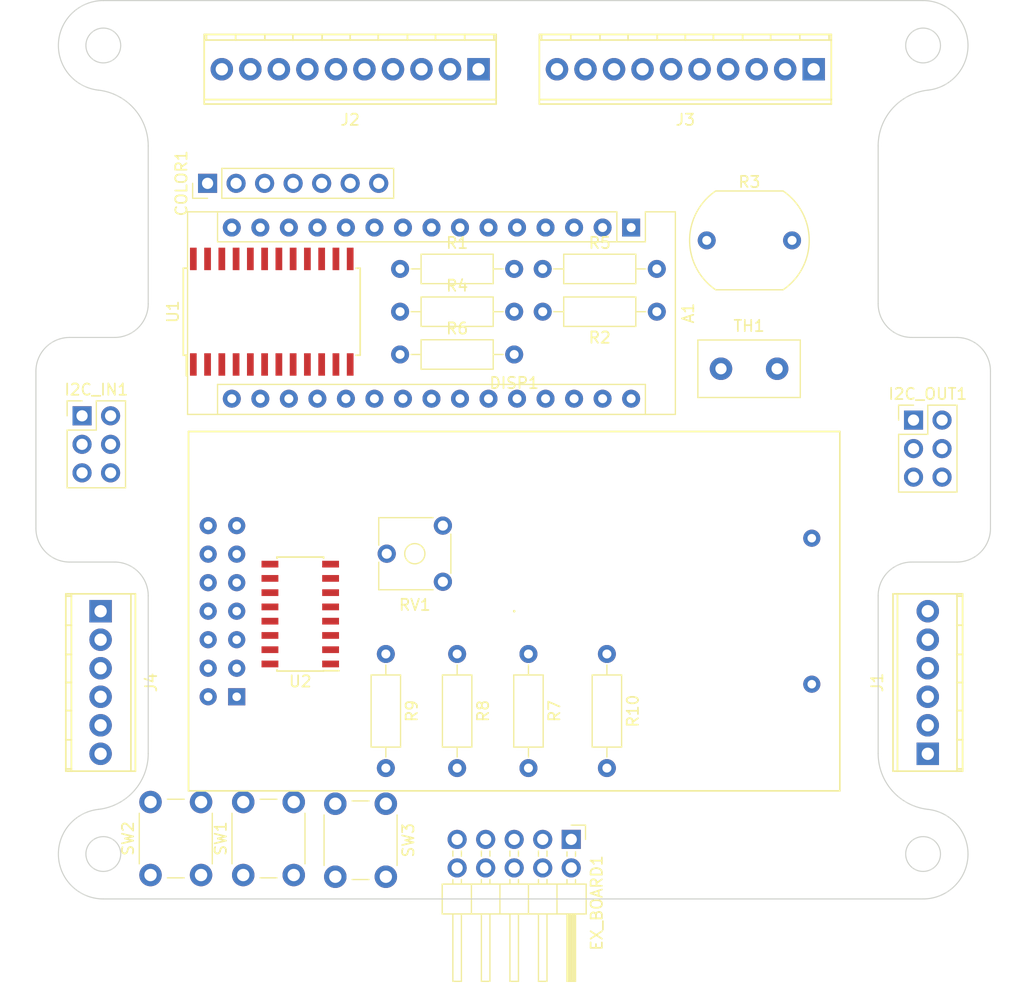
<source format=kicad_pcb>
(kicad_pcb (version 4) (host pcbnew 4.0.7)

  (general
    (links 88)
    (no_connects 88)
    (area 105.951099 64.953599 191.051101 145.053601)
    (thickness 1.6)
    (drawings 32)
    (tracks 0)
    (zones 0)
    (modules 27)
    (nets 97)
  )

  (page A4)
  (layers
    (0 F.Cu signal)
    (31 B.Cu signal)
    (32 B.Adhes user)
    (33 F.Adhes user)
    (34 B.Paste user)
    (35 F.Paste user)
    (36 B.SilkS user)
    (37 F.SilkS user)
    (38 B.Mask user)
    (39 F.Mask user)
    (40 Dwgs.User user)
    (41 Cmts.User user)
    (42 Eco1.User user)
    (43 Eco2.User user)
    (44 Edge.Cuts user)
    (45 Margin user)
    (46 B.CrtYd user)
    (47 F.CrtYd user)
    (48 B.Fab user)
    (49 F.Fab user)
  )

  (setup
    (last_trace_width 0.25)
    (trace_clearance 0.2)
    (zone_clearance 0.508)
    (zone_45_only no)
    (trace_min 0.2)
    (segment_width 0.2)
    (edge_width 0.15)
    (via_size 0.6)
    (via_drill 0.4)
    (via_min_size 0.4)
    (via_min_drill 0.3)
    (uvia_size 0.3)
    (uvia_drill 0.1)
    (uvias_allowed no)
    (uvia_min_size 0.2)
    (uvia_min_drill 0.1)
    (pcb_text_width 0.3)
    (pcb_text_size 1.5 1.5)
    (mod_edge_width 0.15)
    (mod_text_size 1 1)
    (mod_text_width 0.15)
    (pad_size 1.524 1.524)
    (pad_drill 0.762)
    (pad_to_mask_clearance 0.2)
    (aux_axis_origin 0 0)
    (visible_elements 7FFFFFFF)
    (pcbplotparams
      (layerselection 0x00030_80000001)
      (usegerberextensions false)
      (excludeedgelayer true)
      (linewidth 0.100000)
      (plotframeref false)
      (viasonmask false)
      (mode 1)
      (useauxorigin false)
      (hpglpennumber 1)
      (hpglpenspeed 20)
      (hpglpendiameter 15)
      (hpglpenoverlay 2)
      (psnegative false)
      (psa4output false)
      (plotreference true)
      (plotvalue true)
      (plotinvisibletext false)
      (padsonsilk false)
      (subtractmaskfromsilk false)
      (outputformat 1)
      (mirror false)
      (drillshape 1)
      (scaleselection 1)
      (outputdirectory ""))
  )

  (net 0 "")
  (net 1 "Net-(A1-Pad1)")
  (net 2 "Net-(A1-Pad17)")
  (net 3 "Net-(A1-Pad2)")
  (net 4 "Net-(A1-Pad18)")
  (net 5 "Net-(A1-Pad3)")
  (net 6 "Net-(A1-Pad4)")
  (net 7 "Net-(A1-Pad10)")
  (net 8 "Net-(A1-Pad11)")
  (net 9 "Net-(A1-Pad12)")
  (net 10 "Net-(A1-Pad13)")
  (net 11 "Net-(A1-Pad29)")
  (net 12 "Net-(A1-Pad14)")
  (net 13 "Net-(A1-Pad30)")
  (net 14 "Net-(A1-Pad15)")
  (net 15 MUX_SIG)
  (net 16 MUX_S0)
  (net 17 MUX_S1)
  (net 18 MUX_S2)
  (net 19 DIV_EN_PIN)
  (net 20 MUX_S3)
  (net 21 +5V)
  (net 22 BO2G0)
  (net 23 /ESMT0)
  (net 24 GND)
  (net 25 /ESMT1)
  (net 26 /ETMP2)
  (net 27 /ETMP1)
  (net 28 /ETMP0)
  (net 29 OTMP0)
  (net 30 OLDR0)
  (net 31 "Net-(U1-Pad20)")
  (net 32 "Net-(U1-Pad21)")
  (net 33 "Net-(A1-Pad7)")
  (net 34 "Net-(DISP1-Pad3)")
  (net 35 "Net-(DISP1-Pad4)")
  (net 36 "Net-(DISP1-Pad6)")
  (net 37 "Net-(DISP1-Pad7)")
  (net 38 "Net-(DISP1-Pad8)")
  (net 39 "Net-(DISP1-Pad9)")
  (net 40 "Net-(DISP1-Pad10)")
  (net 41 "Net-(DISP1-Pad11)")
  (net 42 "Net-(DISP1-Pad12)")
  (net 43 "Net-(DISP1-Pad13)")
  (net 44 "Net-(DISP1-Pad14)")
  (net 45 "Net-(DISP1-PadA)")
  (net 46 "Net-(DISP1-PadK)")
  (net 47 "Net-(U2-Pad2)")
  (net 48 "Net-(U2-Pad3)")
  (net 49 "Net-(U2-Pad9)")
  (net 50 "Net-(U2-Pad10)")
  (net 51 "Net-(U2-Pad11)")
  (net 52 "Net-(U2-Pad12)")
  (net 53 "Net-(U2-Pad13)")
  (net 54 "Net-(U2-Pad14)")
  (net 55 I2C_SDA)
  (net 56 I2C_SCL)
  (net 57 MUX_EN)
  (net 58 ERST0)
  (net 59 "Net-(EX_BOARD1-Pad5)")
  (net 60 "Net-(EX_BOARD1-Pad6)")
  (net 61 "Net-(EX_BOARD1-Pad8)")
  (net 62 OEBD0)
  (net 63 /OUI0)
  (net 64 /OUI1)
  (net 65 "Net-(I2C_IN1-Pad2)")
  (net 66 "Net-(I2C_OUT1-Pad2)")
  (net 67 "Net-(COLOR1-Pad1)")
  (net 68 "Net-(COLOR1-Pad2)")
  (net 69 "Net-(COLOR1-Pad3)")
  (net 70 "Net-(COLOR1-Pad4)")
  (net 71 "Net-(COLOR1-Pad5)")
  (net 72 "Net-(COLOR1-Pad6)")
  (net 73 "Net-(COLOR1-Pad7)")
  (net 74 ETRB0)
  (net 75 OMST0)
  (net 76 EMDI0)
  (net 77 EMDI1)
  (net 78 ECO2T)
  (net 79 ECO2R)
  (net 80 "Net-(J1-Pad6)")
  (net 81 "Net-(J1-Pad5)")
  (net 82 "Net-(J1-Pad4)")
  (net 83 "Net-(J1-Pad3)")
  (net 84 "Net-(J1-Pad1)")
  (net 85 "Net-(J1-Pad2)")
  (net 86 "Net-(J2-Pad4)")
  (net 87 "Net-(J2-Pad3)")
  (net 88 "Net-(J2-Pad1)")
  (net 89 "Net-(J2-Pad2)")
  (net 90 /OUI3)
  (net 91 "Net-(J4-Pad3)")
  (net 92 "Net-(J4-Pad1)")
  (net 93 "Net-(J4-Pad2)")
  (net 94 "Net-(J4-Pad4)")
  (net 95 "Net-(J4-Pad5)")
  (net 96 "Net-(J4-Pad6)")

  (net_class Default "This is the default net class."
    (clearance 0.2)
    (trace_width 0.25)
    (via_dia 0.6)
    (via_drill 0.4)
    (uvia_dia 0.3)
    (uvia_drill 0.1)
    (add_net +5V)
    (add_net /ESMT0)
    (add_net /ESMT1)
    (add_net /ETMP0)
    (add_net /ETMP1)
    (add_net /ETMP2)
    (add_net /OUI0)
    (add_net /OUI1)
    (add_net /OUI3)
    (add_net BO2G0)
    (add_net DIV_EN_PIN)
    (add_net ECO2R)
    (add_net ECO2T)
    (add_net EMDI0)
    (add_net EMDI1)
    (add_net ERST0)
    (add_net ETRB0)
    (add_net GND)
    (add_net I2C_SCL)
    (add_net I2C_SDA)
    (add_net MUX_EN)
    (add_net MUX_S0)
    (add_net MUX_S1)
    (add_net MUX_S2)
    (add_net MUX_S3)
    (add_net MUX_SIG)
    (add_net "Net-(A1-Pad1)")
    (add_net "Net-(A1-Pad10)")
    (add_net "Net-(A1-Pad11)")
    (add_net "Net-(A1-Pad12)")
    (add_net "Net-(A1-Pad13)")
    (add_net "Net-(A1-Pad14)")
    (add_net "Net-(A1-Pad15)")
    (add_net "Net-(A1-Pad17)")
    (add_net "Net-(A1-Pad18)")
    (add_net "Net-(A1-Pad2)")
    (add_net "Net-(A1-Pad29)")
    (add_net "Net-(A1-Pad3)")
    (add_net "Net-(A1-Pad30)")
    (add_net "Net-(A1-Pad4)")
    (add_net "Net-(A1-Pad7)")
    (add_net "Net-(COLOR1-Pad1)")
    (add_net "Net-(COLOR1-Pad2)")
    (add_net "Net-(COLOR1-Pad3)")
    (add_net "Net-(COLOR1-Pad4)")
    (add_net "Net-(COLOR1-Pad5)")
    (add_net "Net-(COLOR1-Pad6)")
    (add_net "Net-(COLOR1-Pad7)")
    (add_net "Net-(DISP1-Pad10)")
    (add_net "Net-(DISP1-Pad11)")
    (add_net "Net-(DISP1-Pad12)")
    (add_net "Net-(DISP1-Pad13)")
    (add_net "Net-(DISP1-Pad14)")
    (add_net "Net-(DISP1-Pad3)")
    (add_net "Net-(DISP1-Pad4)")
    (add_net "Net-(DISP1-Pad6)")
    (add_net "Net-(DISP1-Pad7)")
    (add_net "Net-(DISP1-Pad8)")
    (add_net "Net-(DISP1-Pad9)")
    (add_net "Net-(DISP1-PadA)")
    (add_net "Net-(DISP1-PadK)")
    (add_net "Net-(EX_BOARD1-Pad5)")
    (add_net "Net-(EX_BOARD1-Pad6)")
    (add_net "Net-(EX_BOARD1-Pad8)")
    (add_net "Net-(I2C_IN1-Pad2)")
    (add_net "Net-(I2C_OUT1-Pad2)")
    (add_net "Net-(J1-Pad1)")
    (add_net "Net-(J1-Pad2)")
    (add_net "Net-(J1-Pad3)")
    (add_net "Net-(J1-Pad4)")
    (add_net "Net-(J1-Pad5)")
    (add_net "Net-(J1-Pad6)")
    (add_net "Net-(J2-Pad1)")
    (add_net "Net-(J2-Pad2)")
    (add_net "Net-(J2-Pad3)")
    (add_net "Net-(J2-Pad4)")
    (add_net "Net-(J4-Pad1)")
    (add_net "Net-(J4-Pad2)")
    (add_net "Net-(J4-Pad3)")
    (add_net "Net-(J4-Pad4)")
    (add_net "Net-(J4-Pad5)")
    (add_net "Net-(J4-Pad6)")
    (add_net "Net-(U1-Pad20)")
    (add_net "Net-(U1-Pad21)")
    (add_net "Net-(U2-Pad10)")
    (add_net "Net-(U2-Pad11)")
    (add_net "Net-(U2-Pad12)")
    (add_net "Net-(U2-Pad13)")
    (add_net "Net-(U2-Pad14)")
    (add_net "Net-(U2-Pad2)")
    (add_net "Net-(U2-Pad3)")
    (add_net "Net-(U2-Pad9)")
    (add_net OEBD0)
    (add_net OLDR0)
    (add_net OMST0)
    (add_net OTMP0)
  )

  (module Modules:Arduino_Nano_WithMountingHoles placed (layer F.Cu) (tedit 58ACAF99) (tstamp 5A989631)
    (at 159.004 85.217 270)
    (descr "Arduino Nano, http://www.mouser.com/pdfdocs/Gravitech_Arduino_Nano3_0.pdf")
    (tags "Arduino Nano")
    (path /5A84E54E)
    (fp_text reference A1 (at 7.62 -5.08 270) (layer F.SilkS)
      (effects (font (size 1 1) (thickness 0.15)))
    )
    (fp_text value Arduino_Nano_v3.x (at 8.89 15.24 360) (layer F.Fab)
      (effects (font (size 1 1) (thickness 0.15)))
    )
    (fp_text user %R (at 6.35 16.51 360) (layer F.Fab)
      (effects (font (size 1 1) (thickness 0.15)))
    )
    (fp_line (start 1.27 1.27) (end 1.27 -1.27) (layer F.SilkS) (width 0.12))
    (fp_line (start 1.27 -1.27) (end -1.4 -1.27) (layer F.SilkS) (width 0.12))
    (fp_line (start -1.4 1.27) (end -1.4 39.5) (layer F.SilkS) (width 0.12))
    (fp_line (start -1.4 -3.94) (end -1.4 -1.27) (layer F.SilkS) (width 0.12))
    (fp_line (start 13.97 -1.27) (end 16.64 -1.27) (layer F.SilkS) (width 0.12))
    (fp_line (start 13.97 -1.27) (end 13.97 36.83) (layer F.SilkS) (width 0.12))
    (fp_line (start 13.97 36.83) (end 16.64 36.83) (layer F.SilkS) (width 0.12))
    (fp_line (start 1.27 1.27) (end -1.4 1.27) (layer F.SilkS) (width 0.12))
    (fp_line (start 1.27 1.27) (end 1.27 36.83) (layer F.SilkS) (width 0.12))
    (fp_line (start 1.27 36.83) (end -1.4 36.83) (layer F.SilkS) (width 0.12))
    (fp_line (start 3.81 31.75) (end 11.43 31.75) (layer F.Fab) (width 0.1))
    (fp_line (start 11.43 31.75) (end 11.43 41.91) (layer F.Fab) (width 0.1))
    (fp_line (start 11.43 41.91) (end 3.81 41.91) (layer F.Fab) (width 0.1))
    (fp_line (start 3.81 41.91) (end 3.81 31.75) (layer F.Fab) (width 0.1))
    (fp_line (start -1.4 39.5) (end 16.64 39.5) (layer F.SilkS) (width 0.12))
    (fp_line (start 16.64 39.5) (end 16.64 -3.94) (layer F.SilkS) (width 0.12))
    (fp_line (start 16.64 -3.94) (end -1.4 -3.94) (layer F.SilkS) (width 0.12))
    (fp_line (start 16.51 39.37) (end -1.27 39.37) (layer F.Fab) (width 0.1))
    (fp_line (start -1.27 39.37) (end -1.27 -2.54) (layer F.Fab) (width 0.1))
    (fp_line (start -1.27 -2.54) (end 0 -3.81) (layer F.Fab) (width 0.1))
    (fp_line (start 0 -3.81) (end 16.51 -3.81) (layer F.Fab) (width 0.1))
    (fp_line (start 16.51 -3.81) (end 16.51 39.37) (layer F.Fab) (width 0.1))
    (fp_line (start -1.53 -4.06) (end 16.75 -4.06) (layer F.CrtYd) (width 0.05))
    (fp_line (start -1.53 -4.06) (end -1.53 42.16) (layer F.CrtYd) (width 0.05))
    (fp_line (start 16.75 42.16) (end 16.75 -4.06) (layer F.CrtYd) (width 0.05))
    (fp_line (start 16.75 42.16) (end -1.53 42.16) (layer F.CrtYd) (width 0.05))
    (pad 1 thru_hole rect (at 0 0 270) (size 1.6 1.6) (drill 0.8) (layers *.Cu *.Mask)
      (net 1 "Net-(A1-Pad1)"))
    (pad 17 thru_hole oval (at 15.24 33.02 270) (size 1.6 1.6) (drill 0.8) (layers *.Cu *.Mask)
      (net 2 "Net-(A1-Pad17)"))
    (pad 2 thru_hole oval (at 0 2.54 270) (size 1.6 1.6) (drill 0.8) (layers *.Cu *.Mask)
      (net 3 "Net-(A1-Pad2)"))
    (pad 18 thru_hole oval (at 15.24 30.48 270) (size 1.6 1.6) (drill 0.8) (layers *.Cu *.Mask)
      (net 4 "Net-(A1-Pad18)"))
    (pad 3 thru_hole oval (at 0 5.08 270) (size 1.6 1.6) (drill 0.8) (layers *.Cu *.Mask)
      (net 5 "Net-(A1-Pad3)"))
    (pad 19 thru_hole oval (at 15.24 27.94 270) (size 1.6 1.6) (drill 0.8) (layers *.Cu *.Mask)
      (net 15 MUX_SIG))
    (pad 4 thru_hole oval (at 0 7.62 270) (size 1.6 1.6) (drill 0.8) (layers *.Cu *.Mask)
      (net 6 "Net-(A1-Pad4)"))
    (pad 20 thru_hole oval (at 15.24 25.4 270) (size 1.6 1.6) (drill 0.8) (layers *.Cu *.Mask)
      (net 16 MUX_S0))
    (pad 5 thru_hole oval (at 0 10.16 270) (size 1.6 1.6) (drill 0.8) (layers *.Cu *.Mask)
      (net 76 EMDI0))
    (pad 21 thru_hole oval (at 15.24 22.86 270) (size 1.6 1.6) (drill 0.8) (layers *.Cu *.Mask)
      (net 17 MUX_S1))
    (pad 6 thru_hole oval (at 0 12.7 270) (size 1.6 1.6) (drill 0.8) (layers *.Cu *.Mask)
      (net 77 EMDI1))
    (pad 22 thru_hole oval (at 15.24 20.32 270) (size 1.6 1.6) (drill 0.8) (layers *.Cu *.Mask)
      (net 18 MUX_S2))
    (pad 7 thru_hole oval (at 0 15.24 270) (size 1.6 1.6) (drill 0.8) (layers *.Cu *.Mask)
      (net 33 "Net-(A1-Pad7)"))
    (pad 23 thru_hole oval (at 15.24 17.78 270) (size 1.6 1.6) (drill 0.8) (layers *.Cu *.Mask)
      (net 20 MUX_S3))
    (pad 8 thru_hole oval (at 0 17.78 270) (size 1.6 1.6) (drill 0.8) (layers *.Cu *.Mask)
      (net 78 ECO2T))
    (pad 24 thru_hole oval (at 15.24 15.24 270) (size 1.6 1.6) (drill 0.8) (layers *.Cu *.Mask)
      (net 55 I2C_SDA))
    (pad 9 thru_hole oval (at 0 20.32 270) (size 1.6 1.6) (drill 0.8) (layers *.Cu *.Mask)
      (net 79 ECO2R))
    (pad 25 thru_hole oval (at 15.24 12.7 270) (size 1.6 1.6) (drill 0.8) (layers *.Cu *.Mask)
      (net 56 I2C_SCL))
    (pad 10 thru_hole oval (at 0 22.86 270) (size 1.6 1.6) (drill 0.8) (layers *.Cu *.Mask)
      (net 7 "Net-(A1-Pad10)"))
    (pad 26 thru_hole oval (at 15.24 10.16 270) (size 1.6 1.6) (drill 0.8) (layers *.Cu *.Mask)
      (net 57 MUX_EN))
    (pad 11 thru_hole oval (at 0 25.4 270) (size 1.6 1.6) (drill 0.8) (layers *.Cu *.Mask)
      (net 8 "Net-(A1-Pad11)"))
    (pad 27 thru_hole oval (at 15.24 7.62 270) (size 1.6 1.6) (drill 0.8) (layers *.Cu *.Mask)
      (net 21 +5V))
    (pad 12 thru_hole oval (at 0 27.94 270) (size 1.6 1.6) (drill 0.8) (layers *.Cu *.Mask)
      (net 9 "Net-(A1-Pad12)"))
    (pad 28 thru_hole oval (at 15.24 5.08 270) (size 1.6 1.6) (drill 0.8) (layers *.Cu *.Mask)
      (net 58 ERST0))
    (pad 13 thru_hole oval (at 0 30.48 270) (size 1.6 1.6) (drill 0.8) (layers *.Cu *.Mask)
      (net 10 "Net-(A1-Pad13)"))
    (pad 29 thru_hole oval (at 15.24 2.54 270) (size 1.6 1.6) (drill 0.8) (layers *.Cu *.Mask)
      (net 11 "Net-(A1-Pad29)"))
    (pad 14 thru_hole oval (at 0 33.02 270) (size 1.6 1.6) (drill 0.8) (layers *.Cu *.Mask)
      (net 12 "Net-(A1-Pad14)"))
    (pad 30 thru_hole oval (at 15.24 0 270) (size 1.6 1.6) (drill 0.8) (layers *.Cu *.Mask)
      (net 13 "Net-(A1-Pad30)"))
    (pad 15 thru_hole oval (at 0 35.56 270) (size 1.6 1.6) (drill 0.8) (layers *.Cu *.Mask)
      (net 14 "Net-(A1-Pad15)"))
    (pad 16 thru_hole oval (at 15.24 35.56 270) (size 1.6 1.6) (drill 0.8) (layers *.Cu *.Mask)
      (net 19 DIV_EN_PIN))
    (pad "" np_thru_hole circle (at 0 -2.54 270) (size 1.78 1.78) (drill 1.78) (layers *.Cu *.Mask))
    (pad "" np_thru_hole circle (at 15.24 -2.54 270) (size 1.78 1.78) (drill 1.78) (layers *.Cu *.Mask))
    (pad "" np_thru_hole circle (at 15.24 38.1 270) (size 1.78 1.78) (drill 1.78) (layers *.Cu *.Mask))
    (pad "" np_thru_hole circle (at 0 38.1 270) (size 1.78 1.78) (drill 1.78) (layers *.Cu *.Mask))
  )

  (module NHD-0208BZ-FL-YBW:NHD-0208BZ-RN-YBW-33V placed (layer F.Cu) (tedit 5A986168) (tstamp 5A989685)
    (at 148.59 119.38)
    (path /5A9845E2)
    (fp_text reference DISP1 (at 0 -20.32) (layer F.SilkS)
      (effects (font (size 1 1) (thickness 0.15)))
    )
    (fp_text value LCD_ST7066_HD44880 (at 0 -17.78) (layer F.Fab)
      (effects (font (size 1 1) (thickness 0.15)))
    )
    (fp_line (start -29 -16) (end 29 -16) (layer F.SilkS) (width 0.15))
    (fp_line (start -29 16) (end 29 16) (layer F.SilkS) (width 0.15))
    (fp_line (start -29 16) (end -29 -16) (layer F.SilkS) (width 0.15))
    (fp_line (start 29 16) (end 29 -16) (layer F.SilkS) (width 0.15))
    (fp_circle (center 0 0) (end 0 0) (layer Cmts.User) (width 0.1))
    (fp_circle (center 0 0) (end 0 0) (layer Cmts.User) (width 0.1))
    (fp_circle (center 0 0) (end 0 0) (layer Cmts.User) (width 0.1))
    (fp_circle (center 0 0) (end 0 0) (layer Cmts.User) (width 0.1))
    (fp_circle (center 0 0) (end 0 0) (layer Cmts.User) (width 0.1))
    (fp_line (start 0 0) (end 0 0) (layer Cmts.User) (width 0.1))
    (fp_line (start 0 0) (end 0 0) (layer Cmts.User) (width 0.1))
    (fp_line (start 0 0) (end 0 0) (layer Cmts.User) (width 0.1))
    (fp_line (start 0 0) (end 0 0) (layer Cmts.User) (width 0.1))
    (fp_circle (center 0 0) (end 0 0) (layer Eco1.User) (width 0.1))
    (fp_circle (center 0 0) (end 0 0) (layer Eco1.User) (width 0.1))
    (fp_circle (center 0 0) (end 0 0) (layer Eco1.User) (width 0.1))
    (fp_circle (center 0 0) (end 0 0) (layer Eco1.User) (width 0.1))
    (fp_circle (center 0 0) (end 0 0) (layer Eco1.User) (width 0.1))
    (fp_line (start 0 0) (end 0 0) (layer Eco1.User) (width 0.1))
    (fp_line (start 0 0) (end 0 0) (layer Eco1.User) (width 0.1))
    (fp_line (start 0 0) (end 0 0) (layer Eco1.User) (width 0.1))
    (fp_line (start 0 0) (end 0 0) (layer Eco1.User) (width 0.1))
    (fp_circle (center 0 0) (end 0 0) (layer F.SilkS) (width 0.1))
    (fp_circle (center 0 0) (end 0 0) (layer F.SilkS) (width 0.1))
    (fp_circle (center 0 0) (end 0 0) (layer F.SilkS) (width 0.1))
    (fp_circle (center 0 0) (end 0 0) (layer F.SilkS) (width 0.1))
    (fp_line (start 0 0) (end 0 0) (layer F.SilkS) (width 0.1))
    (fp_line (start 0 0) (end 0 0) (layer F.SilkS) (width 0.1))
    (fp_line (start 0 0) (end 0 0) (layer F.SilkS) (width 0.1))
    (fp_line (start 0 0) (end 0 0) (layer F.SilkS) (width 0.1))
    (fp_circle (center 0 0) (end 0 0) (layer F.SilkS) (width 0.1))
    (fp_circle (center 0 0) (end 0 0) (layer F.SilkS) (width 0.1))
    (fp_circle (center 0 0) (end 0 0) (layer F.SilkS) (width 0.1))
    (fp_circle (center 0 0) (end 0 0) (layer F.SilkS) (width 0.1))
    (fp_line (start 0 0) (end 0 0) (layer F.SilkS) (width 0.1))
    (fp_line (start 0 0) (end 0 0) (layer F.SilkS) (width 0.1))
    (fp_line (start 0 0) (end 0 0) (layer F.SilkS) (width 0.1))
    (fp_line (start 0 0) (end 0 0) (layer F.SilkS) (width 0.1))
    (fp_line (start 0 0) (end 0 0) (layer F.SilkS) (width 0.1))
    (fp_line (start 0 0) (end 0 0) (layer F.SilkS) (width 0.1))
    (fp_line (start 0 0) (end 0 0) (layer F.SilkS) (width 0.1))
    (fp_line (start 0 0) (end 0 0) (layer F.SilkS) (width 0.1))
    (fp_circle (center 0 0) (end 0 0) (layer F.SilkS) (width 0.1))
    (fp_circle (center 0 0) (end 0 0) (layer F.SilkS) (width 0.1))
    (fp_circle (center 0 0) (end 0 0) (layer F.SilkS) (width 0.1))
    (fp_circle (center 0 0) (end 0 0) (layer F.SilkS) (width 0.1))
    (fp_circle (center 0 0) (end 0 0) (layer F.SilkS) (width 0.1))
    (fp_line (start 0 0) (end 0 0) (layer F.SilkS) (width 0.1))
    (fp_line (start 0 0) (end 0 0) (layer F.SilkS) (width 0.1))
    (fp_line (start 0 0) (end 0 0) (layer F.SilkS) (width 0.1))
    (fp_line (start 0 0) (end 0 0) (layer F.SilkS) (width 0.1))
    (fp_circle (center 0 0) (end 0 0) (layer F.SilkS) (width 0.1))
    (fp_circle (center 0 0) (end 0 0) (layer F.SilkS) (width 0.1))
    (fp_circle (center 0 0) (end 0 0) (layer F.SilkS) (width 0.1))
    (fp_circle (center 0 0) (end 0 0) (layer F.SilkS) (width 0.1))
    (fp_circle (center 0 0) (end 0 0) (layer F.SilkS) (width 0.1))
    (fp_line (start 0 0) (end 0 0) (layer F.SilkS) (width 0.1))
    (fp_line (start 0 0) (end 0 0) (layer F.SilkS) (width 0.1))
    (fp_line (start 0 0) (end 0 0) (layer F.SilkS) (width 0.1))
    (fp_line (start 0 0) (end 0 0) (layer F.SilkS) (width 0.1))
    (pad "" np_thru_hole circle (at -26.5 13.5) (size 2.5 2.5) (drill 2.5) (layers *.Cu *.Mask))
    (pad "" np_thru_hole circle (at -26.5 -13.5) (size 2.5 2.5) (drill 2.5) (layers *.Cu *.Mask))
    (pad "" np_thru_hole circle (at 26.5 13.5) (size 2.5 2.5) (drill 2.5) (layers *.Cu *.Mask))
    (pad A thru_hole circle (at 26.5 -6.5) (size 1.524 1.524) (drill 0.762) (layers *.Cu *.Mask)
      (net 45 "Net-(DISP1-PadA)"))
    (pad 1 thru_hole rect (at -24.71 7.62) (size 1.524 1.524) (drill 0.762) (layers *.Cu *.Mask)
      (net 24 GND))
    (pad 2 thru_hole circle (at -27.25 7.62) (size 1.524 1.524) (drill 0.762) (layers *.Cu *.Mask)
      (net 21 +5V))
    (pad 3 thru_hole circle (at -24.71 5.08) (size 1.524 1.524) (drill 0.762) (layers *.Cu *.Mask)
      (net 34 "Net-(DISP1-Pad3)"))
    (pad 4 thru_hole circle (at -27.25 5.08) (size 1.524 1.524) (drill 0.762) (layers *.Cu *.Mask)
      (net 35 "Net-(DISP1-Pad4)"))
    (pad 5 thru_hole circle (at -24.71 2.54) (size 1.524 1.524) (drill 0.762) (layers *.Cu *.Mask)
      (net 24 GND))
    (pad 6 thru_hole circle (at -27.25 2.54) (size 1.524 1.524) (drill 0.762) (layers *.Cu *.Mask)
      (net 36 "Net-(DISP1-Pad6)"))
    (pad 7 thru_hole circle (at -24.71 0) (size 1.524 1.524) (drill 0.762) (layers *.Cu *.Mask)
      (net 37 "Net-(DISP1-Pad7)"))
    (pad 8 thru_hole circle (at -27.25 0) (size 1.524 1.524) (drill 0.762) (layers *.Cu *.Mask)
      (net 38 "Net-(DISP1-Pad8)"))
    (pad 9 thru_hole circle (at -24.71 -2.54) (size 1.524 1.524) (drill 0.762) (layers *.Cu *.Mask)
      (net 39 "Net-(DISP1-Pad9)"))
    (pad 10 thru_hole circle (at -27.25 -2.54) (size 1.524 1.524) (drill 0.762) (layers *.Cu *.Mask)
      (net 40 "Net-(DISP1-Pad10)"))
    (pad 11 thru_hole circle (at -24.71 -5.08) (size 1.524 1.524) (drill 0.762) (layers *.Cu *.Mask)
      (net 41 "Net-(DISP1-Pad11)"))
    (pad 12 thru_hole circle (at -27.25 -5.08) (size 1.524 1.524) (drill 0.762) (layers *.Cu *.Mask)
      (net 42 "Net-(DISP1-Pad12)"))
    (pad 13 thru_hole circle (at -24.71 -7.62) (size 1.524 1.524) (drill 0.762) (layers *.Cu *.Mask)
      (net 43 "Net-(DISP1-Pad13)"))
    (pad 14 thru_hole circle (at -27.25 -7.62) (size 1.524 1.524) (drill 0.762) (layers *.Cu *.Mask)
      (net 44 "Net-(DISP1-Pad14)"))
    (pad K thru_hole circle (at 26.5 6.5) (size 1.524 1.524) (drill 0.762) (layers *.Cu *.Mask)
      (net 46 "Net-(DISP1-PadK)"))
    (pad "" np_thru_hole circle (at 26.5 -13.5) (size 2.5 2.5) (drill 2.5) (layers *.Cu *.Mask))
  )

  (module Resistors_THT:R_Axial_DIN0207_L6.3mm_D2.5mm_P10.16mm_Horizontal placed (layer F.Cu) (tedit 5874F706) (tstamp 5A9896C9)
    (at 138.43 88.9)
    (descr "Resistor, Axial_DIN0207 series, Axial, Horizontal, pin pitch=10.16mm, 0.25W = 1/4W, length*diameter=6.3*2.5mm^2, http://cdn-reichelt.de/documents/datenblatt/B400/1_4W%23YAG.pdf")
    (tags "Resistor Axial_DIN0207 series Axial Horizontal pin pitch 10.16mm 0.25W = 1/4W length 6.3mm diameter 2.5mm")
    (path /5A98D9AF)
    (fp_text reference R1 (at 5.08 -2.31) (layer F.SilkS)
      (effects (font (size 1 1) (thickness 0.15)))
    )
    (fp_text value 10K (at 5.08 2.31) (layer F.Fab)
      (effects (font (size 1 1) (thickness 0.15)))
    )
    (fp_line (start 1.93 -1.25) (end 1.93 1.25) (layer F.Fab) (width 0.1))
    (fp_line (start 1.93 1.25) (end 8.23 1.25) (layer F.Fab) (width 0.1))
    (fp_line (start 8.23 1.25) (end 8.23 -1.25) (layer F.Fab) (width 0.1))
    (fp_line (start 8.23 -1.25) (end 1.93 -1.25) (layer F.Fab) (width 0.1))
    (fp_line (start 0 0) (end 1.93 0) (layer F.Fab) (width 0.1))
    (fp_line (start 10.16 0) (end 8.23 0) (layer F.Fab) (width 0.1))
    (fp_line (start 1.87 -1.31) (end 1.87 1.31) (layer F.SilkS) (width 0.12))
    (fp_line (start 1.87 1.31) (end 8.29 1.31) (layer F.SilkS) (width 0.12))
    (fp_line (start 8.29 1.31) (end 8.29 -1.31) (layer F.SilkS) (width 0.12))
    (fp_line (start 8.29 -1.31) (end 1.87 -1.31) (layer F.SilkS) (width 0.12))
    (fp_line (start 0.98 0) (end 1.87 0) (layer F.SilkS) (width 0.12))
    (fp_line (start 9.18 0) (end 8.29 0) (layer F.SilkS) (width 0.12))
    (fp_line (start -1.05 -1.6) (end -1.05 1.6) (layer F.CrtYd) (width 0.05))
    (fp_line (start -1.05 1.6) (end 11.25 1.6) (layer F.CrtYd) (width 0.05))
    (fp_line (start 11.25 1.6) (end 11.25 -1.6) (layer F.CrtYd) (width 0.05))
    (fp_line (start 11.25 -1.6) (end -1.05 -1.6) (layer F.CrtYd) (width 0.05))
    (pad 1 thru_hole circle (at 0 0) (size 1.6 1.6) (drill 0.8) (layers *.Cu *.Mask)
      (net 24 GND))
    (pad 2 thru_hole oval (at 10.16 0) (size 1.6 1.6) (drill 0.8) (layers *.Cu *.Mask)
      (net 62 OEBD0))
    (model ${KISYS3DMOD}/Resistors_THT.3dshapes/R_Axial_DIN0207_L6.3mm_D2.5mm_P10.16mm_Horizontal.wrl
      (at (xyz 0 0 0))
      (scale (xyz 0.393701 0.393701 0.393701))
      (rotate (xyz 0 0 0))
    )
  )

  (module Resistors_THT:R_Axial_DIN0207_L6.3mm_D2.5mm_P10.16mm_Horizontal placed (layer F.Cu) (tedit 5874F706) (tstamp 5A9896DF)
    (at 161.29 92.71 180)
    (descr "Resistor, Axial_DIN0207 series, Axial, Horizontal, pin pitch=10.16mm, 0.25W = 1/4W, length*diameter=6.3*2.5mm^2, http://cdn-reichelt.de/documents/datenblatt/B400/1_4W%23YAG.pdf")
    (tags "Resistor Axial_DIN0207 series Axial Horizontal pin pitch 10.16mm 0.25W = 1/4W length 6.3mm diameter 2.5mm")
    (path /5A973052)
    (fp_text reference R2 (at 5.08 -2.31 180) (layer F.SilkS)
      (effects (font (size 1 1) (thickness 0.15)))
    )
    (fp_text value 10K (at 5.08 2.31 180) (layer F.Fab)
      (effects (font (size 1 1) (thickness 0.15)))
    )
    (fp_line (start 1.93 -1.25) (end 1.93 1.25) (layer F.Fab) (width 0.1))
    (fp_line (start 1.93 1.25) (end 8.23 1.25) (layer F.Fab) (width 0.1))
    (fp_line (start 8.23 1.25) (end 8.23 -1.25) (layer F.Fab) (width 0.1))
    (fp_line (start 8.23 -1.25) (end 1.93 -1.25) (layer F.Fab) (width 0.1))
    (fp_line (start 0 0) (end 1.93 0) (layer F.Fab) (width 0.1))
    (fp_line (start 10.16 0) (end 8.23 0) (layer F.Fab) (width 0.1))
    (fp_line (start 1.87 -1.31) (end 1.87 1.31) (layer F.SilkS) (width 0.12))
    (fp_line (start 1.87 1.31) (end 8.29 1.31) (layer F.SilkS) (width 0.12))
    (fp_line (start 8.29 1.31) (end 8.29 -1.31) (layer F.SilkS) (width 0.12))
    (fp_line (start 8.29 -1.31) (end 1.87 -1.31) (layer F.SilkS) (width 0.12))
    (fp_line (start 0.98 0) (end 1.87 0) (layer F.SilkS) (width 0.12))
    (fp_line (start 9.18 0) (end 8.29 0) (layer F.SilkS) (width 0.12))
    (fp_line (start -1.05 -1.6) (end -1.05 1.6) (layer F.CrtYd) (width 0.05))
    (fp_line (start -1.05 1.6) (end 11.25 1.6) (layer F.CrtYd) (width 0.05))
    (fp_line (start 11.25 1.6) (end 11.25 -1.6) (layer F.CrtYd) (width 0.05))
    (fp_line (start 11.25 -1.6) (end -1.05 -1.6) (layer F.CrtYd) (width 0.05))
    (pad 1 thru_hole circle (at 0 0 180) (size 1.6 1.6) (drill 0.8) (layers *.Cu *.Mask)
      (net 29 OTMP0))
    (pad 2 thru_hole oval (at 10.16 0 180) (size 1.6 1.6) (drill 0.8) (layers *.Cu *.Mask)
      (net 19 DIV_EN_PIN))
    (model ${KISYS3DMOD}/Resistors_THT.3dshapes/R_Axial_DIN0207_L6.3mm_D2.5mm_P10.16mm_Horizontal.wrl
      (at (xyz 0 0 0))
      (scale (xyz 0.393701 0.393701 0.393701))
      (rotate (xyz 0 0 0))
    )
  )

  (module Opto-Devices:Resistor_LDR_10x8.5_RM7.6 placed (layer F.Cu) (tedit 588BD0EB) (tstamp 5A9896E5)
    (at 165.735 86.36)
    (descr "Resistor, LDR 10x8.5mm")
    (tags "Resistor LDR10.8.5mm")
    (path /5A9719A5)
    (fp_text reference R3 (at 3.8 -5.2) (layer F.SilkS)
      (effects (font (size 1 1) (thickness 0.15)))
    )
    (fp_text value 10K (at 3.7 5.2) (layer F.Fab)
      (effects (font (size 1 1) (thickness 0.15)))
    )
    (fp_line (start 0.8 4.4) (end 6.8 4.4) (layer F.SilkS) (width 0.12))
    (fp_line (start 0.8 -4.4) (end 6.8 -4.4) (layer F.SilkS) (width 0.12))
    (fp_line (start 2.9 -1.8) (end 4.7 -1.8) (layer F.Fab) (width 0.1))
    (fp_line (start 4.7 -1.8) (end 4.7 -1.2) (layer F.Fab) (width 0.1))
    (fp_line (start 4.7 -1.2) (end 2.9 -1.2) (layer F.Fab) (width 0.1))
    (fp_line (start 2.9 -1.2) (end 2.9 -0.6) (layer F.Fab) (width 0.1))
    (fp_line (start 2.9 -0.6) (end 4.7 -0.6) (layer F.Fab) (width 0.1))
    (fp_line (start 4.7 -0.6) (end 4.7 0) (layer F.Fab) (width 0.1))
    (fp_line (start 4.7 0) (end 2.9 0) (layer F.Fab) (width 0.1))
    (fp_line (start 2.9 0) (end 2.9 0.6) (layer F.Fab) (width 0.1))
    (fp_line (start 2.9 0.6) (end 4.7 0.6) (layer F.Fab) (width 0.1))
    (fp_line (start 4.7 0.6) (end 4.7 1.2) (layer F.Fab) (width 0.1))
    (fp_line (start 4.7 1.2) (end 2.9 1.2) (layer F.Fab) (width 0.1))
    (fp_line (start 2.9 1.2) (end 2.9 1.8) (layer F.Fab) (width 0.1))
    (fp_line (start 2.9 1.8) (end 4.7 1.8) (layer F.Fab) (width 0.1))
    (fp_line (start 6.8 4.25) (end 0.8 4.25) (layer F.Fab) (width 0.1))
    (fp_line (start 0.8 -4.25) (end 6.8 -4.25) (layer F.Fab) (width 0.1))
    (fp_line (start -1.65 -4.5) (end 9.25 -4.5) (layer F.CrtYd) (width 0.05))
    (fp_line (start -1.65 -4.5) (end -1.65 4.5) (layer F.CrtYd) (width 0.05))
    (fp_line (start 9.25 4.5) (end 9.25 -4.5) (layer F.CrtYd) (width 0.05))
    (fp_line (start 9.25 4.5) (end -1.65 4.5) (layer F.CrtYd) (width 0.05))
    (fp_arc (start 3.8 0) (end 0.8 4.4) (angle 111) (layer F.SilkS) (width 0.12))
    (fp_arc (start 3.8 0) (end 6.8 -4.4) (angle 111) (layer F.SilkS) (width 0.12))
    (fp_arc (start 3.8 0) (end 6.8 -4.25) (angle 109) (layer F.Fab) (width 0.1))
    (fp_arc (start 3.8 0) (end 0.8 4.25) (angle 109) (layer F.Fab) (width 0.1))
    (pad 1 thru_hole circle (at 0 0) (size 1.6 1.6) (drill 0.8) (layers *.Cu *.Mask)
      (net 30 OLDR0))
    (pad 2 thru_hole circle (at 7.6 0) (size 1.6 1.6) (drill 0.8) (layers *.Cu *.Mask)
      (net 21 +5V))
  )

  (module Resistors_THT:R_Axial_DIN0207_L6.3mm_D2.5mm_P10.16mm_Horizontal placed (layer F.Cu) (tedit 5874F706) (tstamp 5A9896FB)
    (at 138.43 92.71)
    (descr "Resistor, Axial_DIN0207 series, Axial, Horizontal, pin pitch=10.16mm, 0.25W = 1/4W, length*diameter=6.3*2.5mm^2, http://cdn-reichelt.de/documents/datenblatt/B400/1_4W%23YAG.pdf")
    (tags "Resistor Axial_DIN0207 series Axial Horizontal pin pitch 10.16mm 0.25W = 1/4W length 6.3mm diameter 2.5mm")
    (path /5A972E87)
    (fp_text reference R4 (at 5.08 -2.31) (layer F.SilkS)
      (effects (font (size 1 1) (thickness 0.15)))
    )
    (fp_text value LDR03 (at 5.08 2.31) (layer F.Fab)
      (effects (font (size 1 1) (thickness 0.15)))
    )
    (fp_line (start 1.93 -1.25) (end 1.93 1.25) (layer F.Fab) (width 0.1))
    (fp_line (start 1.93 1.25) (end 8.23 1.25) (layer F.Fab) (width 0.1))
    (fp_line (start 8.23 1.25) (end 8.23 -1.25) (layer F.Fab) (width 0.1))
    (fp_line (start 8.23 -1.25) (end 1.93 -1.25) (layer F.Fab) (width 0.1))
    (fp_line (start 0 0) (end 1.93 0) (layer F.Fab) (width 0.1))
    (fp_line (start 10.16 0) (end 8.23 0) (layer F.Fab) (width 0.1))
    (fp_line (start 1.87 -1.31) (end 1.87 1.31) (layer F.SilkS) (width 0.12))
    (fp_line (start 1.87 1.31) (end 8.29 1.31) (layer F.SilkS) (width 0.12))
    (fp_line (start 8.29 1.31) (end 8.29 -1.31) (layer F.SilkS) (width 0.12))
    (fp_line (start 8.29 -1.31) (end 1.87 -1.31) (layer F.SilkS) (width 0.12))
    (fp_line (start 0.98 0) (end 1.87 0) (layer F.SilkS) (width 0.12))
    (fp_line (start 9.18 0) (end 8.29 0) (layer F.SilkS) (width 0.12))
    (fp_line (start -1.05 -1.6) (end -1.05 1.6) (layer F.CrtYd) (width 0.05))
    (fp_line (start -1.05 1.6) (end 11.25 1.6) (layer F.CrtYd) (width 0.05))
    (fp_line (start 11.25 1.6) (end 11.25 -1.6) (layer F.CrtYd) (width 0.05))
    (fp_line (start 11.25 -1.6) (end -1.05 -1.6) (layer F.CrtYd) (width 0.05))
    (pad 1 thru_hole circle (at 0 0) (size 1.6 1.6) (drill 0.8) (layers *.Cu *.Mask)
      (net 30 OLDR0))
    (pad 2 thru_hole oval (at 10.16 0) (size 1.6 1.6) (drill 0.8) (layers *.Cu *.Mask)
      (net 24 GND))
    (model ${KISYS3DMOD}/Resistors_THT.3dshapes/R_Axial_DIN0207_L6.3mm_D2.5mm_P10.16mm_Horizontal.wrl
      (at (xyz 0 0 0))
      (scale (xyz 0.393701 0.393701 0.393701))
      (rotate (xyz 0 0 0))
    )
  )

  (module Resistors_THT:R_Axial_DIN0207_L6.3mm_D2.5mm_P10.16mm_Horizontal placed (layer F.Cu) (tedit 5874F706) (tstamp 5A989711)
    (at 151.13 88.9)
    (descr "Resistor, Axial_DIN0207 series, Axial, Horizontal, pin pitch=10.16mm, 0.25W = 1/4W, length*diameter=6.3*2.5mm^2, http://cdn-reichelt.de/documents/datenblatt/B400/1_4W%23YAG.pdf")
    (tags "Resistor Axial_DIN0207 series Axial Horizontal pin pitch 10.16mm 0.25W = 1/4W length 6.3mm diameter 2.5mm")
    (path /5A970C98)
    (fp_text reference R5 (at 5.08 -2.31) (layer F.SilkS)
      (effects (font (size 1 1) (thickness 0.15)))
    )
    (fp_text value 10K (at 5.08 2.31) (layer F.Fab)
      (effects (font (size 1 1) (thickness 0.15)))
    )
    (fp_line (start 1.93 -1.25) (end 1.93 1.25) (layer F.Fab) (width 0.1))
    (fp_line (start 1.93 1.25) (end 8.23 1.25) (layer F.Fab) (width 0.1))
    (fp_line (start 8.23 1.25) (end 8.23 -1.25) (layer F.Fab) (width 0.1))
    (fp_line (start 8.23 -1.25) (end 1.93 -1.25) (layer F.Fab) (width 0.1))
    (fp_line (start 0 0) (end 1.93 0) (layer F.Fab) (width 0.1))
    (fp_line (start 10.16 0) (end 8.23 0) (layer F.Fab) (width 0.1))
    (fp_line (start 1.87 -1.31) (end 1.87 1.31) (layer F.SilkS) (width 0.12))
    (fp_line (start 1.87 1.31) (end 8.29 1.31) (layer F.SilkS) (width 0.12))
    (fp_line (start 8.29 1.31) (end 8.29 -1.31) (layer F.SilkS) (width 0.12))
    (fp_line (start 8.29 -1.31) (end 1.87 -1.31) (layer F.SilkS) (width 0.12))
    (fp_line (start 0.98 0) (end 1.87 0) (layer F.SilkS) (width 0.12))
    (fp_line (start 9.18 0) (end 8.29 0) (layer F.SilkS) (width 0.12))
    (fp_line (start -1.05 -1.6) (end -1.05 1.6) (layer F.CrtYd) (width 0.05))
    (fp_line (start -1.05 1.6) (end 11.25 1.6) (layer F.CrtYd) (width 0.05))
    (fp_line (start 11.25 1.6) (end 11.25 -1.6) (layer F.CrtYd) (width 0.05))
    (fp_line (start 11.25 -1.6) (end -1.05 -1.6) (layer F.CrtYd) (width 0.05))
    (pad 1 thru_hole circle (at 0 0) (size 1.6 1.6) (drill 0.8) (layers *.Cu *.Mask)
      (net 28 /ETMP0))
    (pad 2 thru_hole oval (at 10.16 0) (size 1.6 1.6) (drill 0.8) (layers *.Cu *.Mask)
      (net 19 DIV_EN_PIN))
    (model ${KISYS3DMOD}/Resistors_THT.3dshapes/R_Axial_DIN0207_L6.3mm_D2.5mm_P10.16mm_Horizontal.wrl
      (at (xyz 0 0 0))
      (scale (xyz 0.393701 0.393701 0.393701))
      (rotate (xyz 0 0 0))
    )
  )

  (module Resistors_THT:R_Axial_DIN0207_L6.3mm_D2.5mm_P10.16mm_Horizontal placed (layer F.Cu) (tedit 5874F706) (tstamp 5A989727)
    (at 138.43 96.52)
    (descr "Resistor, Axial_DIN0207 series, Axial, Horizontal, pin pitch=10.16mm, 0.25W = 1/4W, length*diameter=6.3*2.5mm^2, http://cdn-reichelt.de/documents/datenblatt/B400/1_4W%23YAG.pdf")
    (tags "Resistor Axial_DIN0207 series Axial Horizontal pin pitch 10.16mm 0.25W = 1/4W length 6.3mm diameter 2.5mm")
    (path /5A971137)
    (fp_text reference R6 (at 5.08 -2.31) (layer F.SilkS)
      (effects (font (size 1 1) (thickness 0.15)))
    )
    (fp_text value 10K (at 5.08 2.31) (layer F.Fab)
      (effects (font (size 1 1) (thickness 0.15)))
    )
    (fp_line (start 1.93 -1.25) (end 1.93 1.25) (layer F.Fab) (width 0.1))
    (fp_line (start 1.93 1.25) (end 8.23 1.25) (layer F.Fab) (width 0.1))
    (fp_line (start 8.23 1.25) (end 8.23 -1.25) (layer F.Fab) (width 0.1))
    (fp_line (start 8.23 -1.25) (end 1.93 -1.25) (layer F.Fab) (width 0.1))
    (fp_line (start 0 0) (end 1.93 0) (layer F.Fab) (width 0.1))
    (fp_line (start 10.16 0) (end 8.23 0) (layer F.Fab) (width 0.1))
    (fp_line (start 1.87 -1.31) (end 1.87 1.31) (layer F.SilkS) (width 0.12))
    (fp_line (start 1.87 1.31) (end 8.29 1.31) (layer F.SilkS) (width 0.12))
    (fp_line (start 8.29 1.31) (end 8.29 -1.31) (layer F.SilkS) (width 0.12))
    (fp_line (start 8.29 -1.31) (end 1.87 -1.31) (layer F.SilkS) (width 0.12))
    (fp_line (start 0.98 0) (end 1.87 0) (layer F.SilkS) (width 0.12))
    (fp_line (start 9.18 0) (end 8.29 0) (layer F.SilkS) (width 0.12))
    (fp_line (start -1.05 -1.6) (end -1.05 1.6) (layer F.CrtYd) (width 0.05))
    (fp_line (start -1.05 1.6) (end 11.25 1.6) (layer F.CrtYd) (width 0.05))
    (fp_line (start 11.25 1.6) (end 11.25 -1.6) (layer F.CrtYd) (width 0.05))
    (fp_line (start 11.25 -1.6) (end -1.05 -1.6) (layer F.CrtYd) (width 0.05))
    (pad 1 thru_hole circle (at 0 0) (size 1.6 1.6) (drill 0.8) (layers *.Cu *.Mask)
      (net 27 /ETMP1))
    (pad 2 thru_hole oval (at 10.16 0) (size 1.6 1.6) (drill 0.8) (layers *.Cu *.Mask)
      (net 19 DIV_EN_PIN))
    (model ${KISYS3DMOD}/Resistors_THT.3dshapes/R_Axial_DIN0207_L6.3mm_D2.5mm_P10.16mm_Horizontal.wrl
      (at (xyz 0 0 0))
      (scale (xyz 0.393701 0.393701 0.393701))
      (rotate (xyz 0 0 0))
    )
  )

  (module Capacitors_THT:C_Disc_D9.0mm_W5.0mm_P5.00mm placed (layer F.Cu) (tedit 597BC7C2) (tstamp 5A989736)
    (at 167.005 97.79)
    (descr "C, Disc series, Radial, pin pitch=5.00mm, , diameter*width=9*5.0mm^2, Capacitor, http://www.vishay.com/docs/28535/vy2series.pdf")
    (tags "C Disc series Radial pin pitch 5.00mm  diameter 9mm width 5.0mm Capacitor")
    (path /5A97172F)
    (fp_text reference TH1 (at 2.5 -3.81) (layer F.SilkS)
      (effects (font (size 1 1) (thickness 0.15)))
    )
    (fp_text value "10K Thermistor" (at 2.5 3.81) (layer F.Fab)
      (effects (font (size 1 1) (thickness 0.15)))
    )
    (fp_line (start -2 -2.5) (end -2 2.5) (layer F.Fab) (width 0.1))
    (fp_line (start -2 2.5) (end 7 2.5) (layer F.Fab) (width 0.1))
    (fp_line (start 7 2.5) (end 7 -2.5) (layer F.Fab) (width 0.1))
    (fp_line (start 7 -2.5) (end -2 -2.5) (layer F.Fab) (width 0.1))
    (fp_line (start -2.06 -2.56) (end 7.06 -2.56) (layer F.SilkS) (width 0.12))
    (fp_line (start -2.06 2.56) (end 7.06 2.56) (layer F.SilkS) (width 0.12))
    (fp_line (start -2.06 -2.56) (end -2.06 2.56) (layer F.SilkS) (width 0.12))
    (fp_line (start 7.06 -2.56) (end 7.06 2.56) (layer F.SilkS) (width 0.12))
    (fp_line (start -2.35 -2.85) (end -2.35 2.85) (layer F.CrtYd) (width 0.05))
    (fp_line (start -2.35 2.85) (end 7.35 2.85) (layer F.CrtYd) (width 0.05))
    (fp_line (start 7.35 2.85) (end 7.35 -2.85) (layer F.CrtYd) (width 0.05))
    (fp_line (start 7.35 -2.85) (end -2.35 -2.85) (layer F.CrtYd) (width 0.05))
    (fp_text user %R (at 2.5 0) (layer F.Fab)
      (effects (font (size 1 1) (thickness 0.15)))
    )
    (pad 1 thru_hole circle (at 0 0) (size 2 2) (drill 1) (layers *.Cu *.Mask)
      (net 29 OTMP0))
    (pad 2 thru_hole circle (at 5 0) (size 2 2) (drill 1) (layers *.Cu *.Mask)
      (net 24 GND))
    (model ${KISYS3DMOD}/Capacitors_THT.3dshapes/C_Disc_D9.0mm_W5.0mm_P5.00mm.wrl
      (at (xyz 0 0 0))
      (scale (xyz 1 1 1))
      (rotate (xyz 0 0 0))
    )
  )

  (module Housings_SOIC:SOIC-24W_7.5x15.4mm_Pitch1.27mm placed (layer F.Cu) (tedit 58CC8F64) (tstamp 5A989763)
    (at 127 92.71 90)
    (descr "24-Lead Plastic Small Outline (SO) - Wide, 7.50 mm Body [SOIC] (see Microchip Packaging Specification 00000049BS.pdf)")
    (tags "SOIC 1.27")
    (path /5A9703B6)
    (attr smd)
    (fp_text reference U1 (at 0 -8.8 90) (layer F.SilkS)
      (effects (font (size 1 1) (thickness 0.15)))
    )
    (fp_text value CD74HC4067 (at 0 8.8 90) (layer F.Fab)
      (effects (font (size 1 1) (thickness 0.15)))
    )
    (fp_text user %R (at 0 0 90) (layer F.Fab)
      (effects (font (size 1 1) (thickness 0.15)))
    )
    (fp_line (start -2.75 -7.7) (end 3.75 -7.7) (layer F.Fab) (width 0.15))
    (fp_line (start 3.75 -7.7) (end 3.75 7.7) (layer F.Fab) (width 0.15))
    (fp_line (start 3.75 7.7) (end -3.75 7.7) (layer F.Fab) (width 0.15))
    (fp_line (start -3.75 7.7) (end -3.75 -6.7) (layer F.Fab) (width 0.15))
    (fp_line (start -3.75 -6.7) (end -2.75 -7.7) (layer F.Fab) (width 0.15))
    (fp_line (start -5.95 -8.05) (end -5.95 8.05) (layer F.CrtYd) (width 0.05))
    (fp_line (start 5.95 -8.05) (end 5.95 8.05) (layer F.CrtYd) (width 0.05))
    (fp_line (start -5.95 -8.05) (end 5.95 -8.05) (layer F.CrtYd) (width 0.05))
    (fp_line (start -5.95 8.05) (end 5.95 8.05) (layer F.CrtYd) (width 0.05))
    (fp_line (start -3.875 -7.875) (end -3.875 -7.6) (layer F.SilkS) (width 0.15))
    (fp_line (start 3.875 -7.875) (end 3.875 -7.51) (layer F.SilkS) (width 0.15))
    (fp_line (start 3.875 7.875) (end 3.875 7.51) (layer F.SilkS) (width 0.15))
    (fp_line (start -3.875 7.875) (end -3.875 7.51) (layer F.SilkS) (width 0.15))
    (fp_line (start -3.875 -7.875) (end 3.875 -7.875) (layer F.SilkS) (width 0.15))
    (fp_line (start -3.875 7.875) (end 3.875 7.875) (layer F.SilkS) (width 0.15))
    (fp_line (start -3.875 -7.6) (end -5.7 -7.6) (layer F.SilkS) (width 0.15))
    (pad 1 smd rect (at -4.7 -6.985 90) (size 2 0.6) (layers F.Cu F.Paste F.Mask)
      (net 22 BO2G0))
    (pad 2 smd rect (at -4.7 -5.715 90) (size 2 0.6) (layers F.Cu F.Paste F.Mask)
      (net 15 MUX_SIG))
    (pad 3 smd rect (at -4.7 -4.445 90) (size 2 0.6) (layers F.Cu F.Paste F.Mask)
      (net 30 OLDR0))
    (pad 4 smd rect (at -4.7 -3.175 90) (size 2 0.6) (layers F.Cu F.Paste F.Mask)
      (net 29 OTMP0))
    (pad 5 smd rect (at -4.7 -1.905 90) (size 2 0.6) (layers F.Cu F.Paste F.Mask)
      (net 23 /ESMT0))
    (pad 6 smd rect (at -4.7 -0.635 90) (size 2 0.6) (layers F.Cu F.Paste F.Mask)
      (net 25 /ESMT1))
    (pad 7 smd rect (at -4.7 0.635 90) (size 2 0.6) (layers F.Cu F.Paste F.Mask)
      (net 26 /ETMP2))
    (pad 8 smd rect (at -4.7 1.905 90) (size 2 0.6) (layers F.Cu F.Paste F.Mask)
      (net 27 /ETMP1))
    (pad 9 smd rect (at -4.7 3.175 90) (size 2 0.6) (layers F.Cu F.Paste F.Mask)
      (net 28 /ETMP0))
    (pad 10 smd rect (at -4.7 4.445 90) (size 2 0.6) (layers F.Cu F.Paste F.Mask)
      (net 16 MUX_S0))
    (pad 11 smd rect (at -4.7 5.715 90) (size 2 0.6) (layers F.Cu F.Paste F.Mask)
      (net 17 MUX_S1))
    (pad 12 smd rect (at -4.7 6.985 90) (size 2 0.6) (layers F.Cu F.Paste F.Mask)
      (net 24 GND))
    (pad 13 smd rect (at 4.7 6.985 90) (size 2 0.6) (layers F.Cu F.Paste F.Mask)
      (net 20 MUX_S3))
    (pad 14 smd rect (at 4.7 5.715 90) (size 2 0.6) (layers F.Cu F.Paste F.Mask)
      (net 18 MUX_S2))
    (pad 15 smd rect (at 4.7 4.445 90) (size 2 0.6) (layers F.Cu F.Paste F.Mask)
      (net 57 MUX_EN))
    (pad 16 smd rect (at 4.7 3.175 90) (size 2 0.6) (layers F.Cu F.Paste F.Mask)
      (net 90 /OUI3))
    (pad 17 smd rect (at 4.7 1.905 90) (size 2 0.6) (layers F.Cu F.Paste F.Mask)
      (net 64 /OUI1))
    (pad 18 smd rect (at 4.7 0.635 90) (size 2 0.6) (layers F.Cu F.Paste F.Mask)
      (net 63 /OUI0))
    (pad 19 smd rect (at 4.7 -0.635 90) (size 2 0.6) (layers F.Cu F.Paste F.Mask)
      (net 62 OEBD0))
    (pad 20 smd rect (at 4.7 -1.905 90) (size 2 0.6) (layers F.Cu F.Paste F.Mask)
      (net 31 "Net-(U1-Pad20)"))
    (pad 21 smd rect (at 4.7 -3.175 90) (size 2 0.6) (layers F.Cu F.Paste F.Mask)
      (net 32 "Net-(U1-Pad21)"))
    (pad 22 smd rect (at 4.7 -4.445 90) (size 2 0.6) (layers F.Cu F.Paste F.Mask)
      (net 74 ETRB0))
    (pad 23 smd rect (at 4.7 -5.715 90) (size 2 0.6) (layers F.Cu F.Paste F.Mask)
      (net 75 OMST0))
    (pad 24 smd rect (at 4.7 -6.985 90) (size 2 0.6) (layers F.Cu F.Paste F.Mask)
      (net 21 +5V))
    (model ${KISYS3DMOD}/Housings_SOIC.3dshapes/SOIC-24W_7.5x15.4mm_Pitch1.27mm.wrl
      (at (xyz 0 0 0))
      (scale (xyz 1 1 1))
      (rotate (xyz 0 0 0))
    )
  )

  (module Housings_SOIC:SOIC-16_3.9x9.9mm_Pitch1.27mm placed (layer F.Cu) (tedit 58CC8F64) (tstamp 5A989788)
    (at 129.54 119.634 180)
    (descr "16-Lead Plastic Small Outline (SL) - Narrow, 3.90 mm Body [SOIC] (see Microchip Packaging Specification 00000049BS.pdf)")
    (tags "SOIC 1.27")
    (path /5A983222)
    (attr smd)
    (fp_text reference U2 (at 0 -6 180) (layer F.SilkS)
      (effects (font (size 1 1) (thickness 0.15)))
    )
    (fp_text value 74HC595 (at 0 6 180) (layer F.Fab)
      (effects (font (size 1 1) (thickness 0.15)))
    )
    (fp_text user %R (at 0 0 180) (layer F.Fab)
      (effects (font (size 0.9 0.9) (thickness 0.135)))
    )
    (fp_line (start -0.95 -4.95) (end 1.95 -4.95) (layer F.Fab) (width 0.15))
    (fp_line (start 1.95 -4.95) (end 1.95 4.95) (layer F.Fab) (width 0.15))
    (fp_line (start 1.95 4.95) (end -1.95 4.95) (layer F.Fab) (width 0.15))
    (fp_line (start -1.95 4.95) (end -1.95 -3.95) (layer F.Fab) (width 0.15))
    (fp_line (start -1.95 -3.95) (end -0.95 -4.95) (layer F.Fab) (width 0.15))
    (fp_line (start -3.7 -5.25) (end -3.7 5.25) (layer F.CrtYd) (width 0.05))
    (fp_line (start 3.7 -5.25) (end 3.7 5.25) (layer F.CrtYd) (width 0.05))
    (fp_line (start -3.7 -5.25) (end 3.7 -5.25) (layer F.CrtYd) (width 0.05))
    (fp_line (start -3.7 5.25) (end 3.7 5.25) (layer F.CrtYd) (width 0.05))
    (fp_line (start -2.075 -5.075) (end -2.075 -5.05) (layer F.SilkS) (width 0.15))
    (fp_line (start 2.075 -5.075) (end 2.075 -4.97) (layer F.SilkS) (width 0.15))
    (fp_line (start 2.075 5.075) (end 2.075 4.97) (layer F.SilkS) (width 0.15))
    (fp_line (start -2.075 5.075) (end -2.075 4.97) (layer F.SilkS) (width 0.15))
    (fp_line (start -2.075 -5.075) (end 2.075 -5.075) (layer F.SilkS) (width 0.15))
    (fp_line (start -2.075 5.075) (end 2.075 5.075) (layer F.SilkS) (width 0.15))
    (fp_line (start -2.075 -5.05) (end -3.45 -5.05) (layer F.SilkS) (width 0.15))
    (pad 1 smd rect (at -2.7 -4.445 180) (size 1.5 0.6) (layers F.Cu F.Paste F.Mask)
      (net 36 "Net-(DISP1-Pad6)"))
    (pad 2 smd rect (at -2.7 -3.175 180) (size 1.5 0.6) (layers F.Cu F.Paste F.Mask)
      (net 47 "Net-(U2-Pad2)"))
    (pad 3 smd rect (at -2.7 -1.905 180) (size 1.5 0.6) (layers F.Cu F.Paste F.Mask)
      (net 48 "Net-(U2-Pad3)"))
    (pad 4 smd rect (at -2.7 -0.635 180) (size 1.5 0.6) (layers F.Cu F.Paste F.Mask)
      (net 41 "Net-(DISP1-Pad11)"))
    (pad 5 smd rect (at -2.7 0.635 180) (size 1.5 0.6) (layers F.Cu F.Paste F.Mask)
      (net 42 "Net-(DISP1-Pad12)"))
    (pad 6 smd rect (at -2.7 1.905 180) (size 1.5 0.6) (layers F.Cu F.Paste F.Mask)
      (net 43 "Net-(DISP1-Pad13)"))
    (pad 7 smd rect (at -2.7 3.175 180) (size 1.5 0.6) (layers F.Cu F.Paste F.Mask)
      (net 44 "Net-(DISP1-Pad14)"))
    (pad 8 smd rect (at -2.7 4.445 180) (size 1.5 0.6) (layers F.Cu F.Paste F.Mask)
      (net 24 GND))
    (pad 9 smd rect (at 2.7 4.445 180) (size 1.5 0.6) (layers F.Cu F.Paste F.Mask)
      (net 49 "Net-(U2-Pad9)"))
    (pad 10 smd rect (at 2.7 3.175 180) (size 1.5 0.6) (layers F.Cu F.Paste F.Mask)
      (net 50 "Net-(U2-Pad10)"))
    (pad 11 smd rect (at 2.7 1.905 180) (size 1.5 0.6) (layers F.Cu F.Paste F.Mask)
      (net 51 "Net-(U2-Pad11)"))
    (pad 12 smd rect (at 2.7 0.635 180) (size 1.5 0.6) (layers F.Cu F.Paste F.Mask)
      (net 52 "Net-(U2-Pad12)"))
    (pad 13 smd rect (at 2.7 -0.635 180) (size 1.5 0.6) (layers F.Cu F.Paste F.Mask)
      (net 53 "Net-(U2-Pad13)"))
    (pad 14 smd rect (at 2.7 -1.905 180) (size 1.5 0.6) (layers F.Cu F.Paste F.Mask)
      (net 54 "Net-(U2-Pad14)"))
    (pad 15 smd rect (at 2.7 -3.175 180) (size 1.5 0.6) (layers F.Cu F.Paste F.Mask)
      (net 35 "Net-(DISP1-Pad4)"))
    (pad 16 smd rect (at 2.7 -4.445 180) (size 1.5 0.6) (layers F.Cu F.Paste F.Mask)
      (net 21 +5V))
    (model ${KISYS3DMOD}/Housings_SOIC.3dshapes/SOIC-16_3.9x9.9mm_Pitch1.27mm.wrl
      (at (xyz 0 0 0))
      (scale (xyz 1 1 1))
      (rotate (xyz 0 0 0))
    )
  )

  (module Pin_Headers:Pin_Header_Angled_2x05_Pitch2.54mm (layer F.Cu) (tedit 59650532) (tstamp 5A98A6F2)
    (at 153.67 139.7 270)
    (descr "Through hole angled pin header, 2x05, 2.54mm pitch, 6mm pin length, double rows")
    (tags "Through hole angled pin header THT 2x05 2.54mm double row")
    (path /5A97A6A2)
    (fp_text reference EX_BOARD1 (at 5.655 -2.27 270) (layer F.SilkS)
      (effects (font (size 1 1) (thickness 0.15)))
    )
    (fp_text value Conn_02x05_Odd_Even (at 5.655 12.43 270) (layer F.Fab)
      (effects (font (size 1 1) (thickness 0.15)))
    )
    (fp_line (start 4.675 -1.27) (end 6.58 -1.27) (layer F.Fab) (width 0.1))
    (fp_line (start 6.58 -1.27) (end 6.58 11.43) (layer F.Fab) (width 0.1))
    (fp_line (start 6.58 11.43) (end 4.04 11.43) (layer F.Fab) (width 0.1))
    (fp_line (start 4.04 11.43) (end 4.04 -0.635) (layer F.Fab) (width 0.1))
    (fp_line (start 4.04 -0.635) (end 4.675 -1.27) (layer F.Fab) (width 0.1))
    (fp_line (start -0.32 -0.32) (end 4.04 -0.32) (layer F.Fab) (width 0.1))
    (fp_line (start -0.32 -0.32) (end -0.32 0.32) (layer F.Fab) (width 0.1))
    (fp_line (start -0.32 0.32) (end 4.04 0.32) (layer F.Fab) (width 0.1))
    (fp_line (start 6.58 -0.32) (end 12.58 -0.32) (layer F.Fab) (width 0.1))
    (fp_line (start 12.58 -0.32) (end 12.58 0.32) (layer F.Fab) (width 0.1))
    (fp_line (start 6.58 0.32) (end 12.58 0.32) (layer F.Fab) (width 0.1))
    (fp_line (start -0.32 2.22) (end 4.04 2.22) (layer F.Fab) (width 0.1))
    (fp_line (start -0.32 2.22) (end -0.32 2.86) (layer F.Fab) (width 0.1))
    (fp_line (start -0.32 2.86) (end 4.04 2.86) (layer F.Fab) (width 0.1))
    (fp_line (start 6.58 2.22) (end 12.58 2.22) (layer F.Fab) (width 0.1))
    (fp_line (start 12.58 2.22) (end 12.58 2.86) (layer F.Fab) (width 0.1))
    (fp_line (start 6.58 2.86) (end 12.58 2.86) (layer F.Fab) (width 0.1))
    (fp_line (start -0.32 4.76) (end 4.04 4.76) (layer F.Fab) (width 0.1))
    (fp_line (start -0.32 4.76) (end -0.32 5.4) (layer F.Fab) (width 0.1))
    (fp_line (start -0.32 5.4) (end 4.04 5.4) (layer F.Fab) (width 0.1))
    (fp_line (start 6.58 4.76) (end 12.58 4.76) (layer F.Fab) (width 0.1))
    (fp_line (start 12.58 4.76) (end 12.58 5.4) (layer F.Fab) (width 0.1))
    (fp_line (start 6.58 5.4) (end 12.58 5.4) (layer F.Fab) (width 0.1))
    (fp_line (start -0.32 7.3) (end 4.04 7.3) (layer F.Fab) (width 0.1))
    (fp_line (start -0.32 7.3) (end -0.32 7.94) (layer F.Fab) (width 0.1))
    (fp_line (start -0.32 7.94) (end 4.04 7.94) (layer F.Fab) (width 0.1))
    (fp_line (start 6.58 7.3) (end 12.58 7.3) (layer F.Fab) (width 0.1))
    (fp_line (start 12.58 7.3) (end 12.58 7.94) (layer F.Fab) (width 0.1))
    (fp_line (start 6.58 7.94) (end 12.58 7.94) (layer F.Fab) (width 0.1))
    (fp_line (start -0.32 9.84) (end 4.04 9.84) (layer F.Fab) (width 0.1))
    (fp_line (start -0.32 9.84) (end -0.32 10.48) (layer F.Fab) (width 0.1))
    (fp_line (start -0.32 10.48) (end 4.04 10.48) (layer F.Fab) (width 0.1))
    (fp_line (start 6.58 9.84) (end 12.58 9.84) (layer F.Fab) (width 0.1))
    (fp_line (start 12.58 9.84) (end 12.58 10.48) (layer F.Fab) (width 0.1))
    (fp_line (start 6.58 10.48) (end 12.58 10.48) (layer F.Fab) (width 0.1))
    (fp_line (start 3.98 -1.33) (end 3.98 11.49) (layer F.SilkS) (width 0.12))
    (fp_line (start 3.98 11.49) (end 6.64 11.49) (layer F.SilkS) (width 0.12))
    (fp_line (start 6.64 11.49) (end 6.64 -1.33) (layer F.SilkS) (width 0.12))
    (fp_line (start 6.64 -1.33) (end 3.98 -1.33) (layer F.SilkS) (width 0.12))
    (fp_line (start 6.64 -0.38) (end 12.64 -0.38) (layer F.SilkS) (width 0.12))
    (fp_line (start 12.64 -0.38) (end 12.64 0.38) (layer F.SilkS) (width 0.12))
    (fp_line (start 12.64 0.38) (end 6.64 0.38) (layer F.SilkS) (width 0.12))
    (fp_line (start 6.64 -0.32) (end 12.64 -0.32) (layer F.SilkS) (width 0.12))
    (fp_line (start 6.64 -0.2) (end 12.64 -0.2) (layer F.SilkS) (width 0.12))
    (fp_line (start 6.64 -0.08) (end 12.64 -0.08) (layer F.SilkS) (width 0.12))
    (fp_line (start 6.64 0.04) (end 12.64 0.04) (layer F.SilkS) (width 0.12))
    (fp_line (start 6.64 0.16) (end 12.64 0.16) (layer F.SilkS) (width 0.12))
    (fp_line (start 6.64 0.28) (end 12.64 0.28) (layer F.SilkS) (width 0.12))
    (fp_line (start 3.582929 -0.38) (end 3.98 -0.38) (layer F.SilkS) (width 0.12))
    (fp_line (start 3.582929 0.38) (end 3.98 0.38) (layer F.SilkS) (width 0.12))
    (fp_line (start 1.11 -0.38) (end 1.497071 -0.38) (layer F.SilkS) (width 0.12))
    (fp_line (start 1.11 0.38) (end 1.497071 0.38) (layer F.SilkS) (width 0.12))
    (fp_line (start 3.98 1.27) (end 6.64 1.27) (layer F.SilkS) (width 0.12))
    (fp_line (start 6.64 2.16) (end 12.64 2.16) (layer F.SilkS) (width 0.12))
    (fp_line (start 12.64 2.16) (end 12.64 2.92) (layer F.SilkS) (width 0.12))
    (fp_line (start 12.64 2.92) (end 6.64 2.92) (layer F.SilkS) (width 0.12))
    (fp_line (start 3.582929 2.16) (end 3.98 2.16) (layer F.SilkS) (width 0.12))
    (fp_line (start 3.582929 2.92) (end 3.98 2.92) (layer F.SilkS) (width 0.12))
    (fp_line (start 1.042929 2.16) (end 1.497071 2.16) (layer F.SilkS) (width 0.12))
    (fp_line (start 1.042929 2.92) (end 1.497071 2.92) (layer F.SilkS) (width 0.12))
    (fp_line (start 3.98 3.81) (end 6.64 3.81) (layer F.SilkS) (width 0.12))
    (fp_line (start 6.64 4.7) (end 12.64 4.7) (layer F.SilkS) (width 0.12))
    (fp_line (start 12.64 4.7) (end 12.64 5.46) (layer F.SilkS) (width 0.12))
    (fp_line (start 12.64 5.46) (end 6.64 5.46) (layer F.SilkS) (width 0.12))
    (fp_line (start 3.582929 4.7) (end 3.98 4.7) (layer F.SilkS) (width 0.12))
    (fp_line (start 3.582929 5.46) (end 3.98 5.46) (layer F.SilkS) (width 0.12))
    (fp_line (start 1.042929 4.7) (end 1.497071 4.7) (layer F.SilkS) (width 0.12))
    (fp_line (start 1.042929 5.46) (end 1.497071 5.46) (layer F.SilkS) (width 0.12))
    (fp_line (start 3.98 6.35) (end 6.64 6.35) (layer F.SilkS) (width 0.12))
    (fp_line (start 6.64 7.24) (end 12.64 7.24) (layer F.SilkS) (width 0.12))
    (fp_line (start 12.64 7.24) (end 12.64 8) (layer F.SilkS) (width 0.12))
    (fp_line (start 12.64 8) (end 6.64 8) (layer F.SilkS) (width 0.12))
    (fp_line (start 3.582929 7.24) (end 3.98 7.24) (layer F.SilkS) (width 0.12))
    (fp_line (start 3.582929 8) (end 3.98 8) (layer F.SilkS) (width 0.12))
    (fp_line (start 1.042929 7.24) (end 1.497071 7.24) (layer F.SilkS) (width 0.12))
    (fp_line (start 1.042929 8) (end 1.497071 8) (layer F.SilkS) (width 0.12))
    (fp_line (start 3.98 8.89) (end 6.64 8.89) (layer F.SilkS) (width 0.12))
    (fp_line (start 6.64 9.78) (end 12.64 9.78) (layer F.SilkS) (width 0.12))
    (fp_line (start 12.64 9.78) (end 12.64 10.54) (layer F.SilkS) (width 0.12))
    (fp_line (start 12.64 10.54) (end 6.64 10.54) (layer F.SilkS) (width 0.12))
    (fp_line (start 3.582929 9.78) (end 3.98 9.78) (layer F.SilkS) (width 0.12))
    (fp_line (start 3.582929 10.54) (end 3.98 10.54) (layer F.SilkS) (width 0.12))
    (fp_line (start 1.042929 9.78) (end 1.497071 9.78) (layer F.SilkS) (width 0.12))
    (fp_line (start 1.042929 10.54) (end 1.497071 10.54) (layer F.SilkS) (width 0.12))
    (fp_line (start -1.27 0) (end -1.27 -1.27) (layer F.SilkS) (width 0.12))
    (fp_line (start -1.27 -1.27) (end 0 -1.27) (layer F.SilkS) (width 0.12))
    (fp_line (start -1.8 -1.8) (end -1.8 11.95) (layer F.CrtYd) (width 0.05))
    (fp_line (start -1.8 11.95) (end 13.1 11.95) (layer F.CrtYd) (width 0.05))
    (fp_line (start 13.1 11.95) (end 13.1 -1.8) (layer F.CrtYd) (width 0.05))
    (fp_line (start 13.1 -1.8) (end -1.8 -1.8) (layer F.CrtYd) (width 0.05))
    (fp_text user %R (at 5.31 5.08 360) (layer F.Fab)
      (effects (font (size 1 1) (thickness 0.15)))
    )
    (pad 1 thru_hole rect (at 0 0 270) (size 1.7 1.7) (drill 1) (layers *.Cu *.Mask)
      (net 21 +5V))
    (pad 2 thru_hole oval (at 2.54 0 270) (size 1.7 1.7) (drill 1) (layers *.Cu *.Mask)
      (net 78 ECO2T))
    (pad 3 thru_hole oval (at 0 2.54 270) (size 1.7 1.7) (drill 1) (layers *.Cu *.Mask)
      (net 79 ECO2R))
    (pad 4 thru_hole oval (at 2.54 2.54 270) (size 1.7 1.7) (drill 1) (layers *.Cu *.Mask)
      (net 22 BO2G0))
    (pad 5 thru_hole oval (at 0 5.08 270) (size 1.7 1.7) (drill 1) (layers *.Cu *.Mask)
      (net 59 "Net-(EX_BOARD1-Pad5)"))
    (pad 6 thru_hole oval (at 2.54 5.08 270) (size 1.7 1.7) (drill 1) (layers *.Cu *.Mask)
      (net 60 "Net-(EX_BOARD1-Pad6)"))
    (pad 7 thru_hole oval (at 0 7.62 270) (size 1.7 1.7) (drill 1) (layers *.Cu *.Mask)
      (net 74 ETRB0))
    (pad 8 thru_hole oval (at 2.54 7.62 270) (size 1.7 1.7) (drill 1) (layers *.Cu *.Mask)
      (net 61 "Net-(EX_BOARD1-Pad8)"))
    (pad 9 thru_hole oval (at 0 10.16 270) (size 1.7 1.7) (drill 1) (layers *.Cu *.Mask)
      (net 62 OEBD0))
    (pad 10 thru_hole oval (at 2.54 10.16 270) (size 1.7 1.7) (drill 1) (layers *.Cu *.Mask)
      (net 24 GND))
    (model ${KISYS3DMOD}/Pin_Headers.3dshapes/Pin_Header_Angled_2x05_Pitch2.54mm.wrl
      (at (xyz 0 0 0))
      (scale (xyz 1 1 1))
      (rotate (xyz 0 0 0))
    )
  )

  (module Resistors_THT:R_Axial_DIN0207_L6.3mm_D2.5mm_P10.16mm_Horizontal (layer F.Cu) (tedit 5874F706) (tstamp 5A98A708)
    (at 149.86 123.19 270)
    (descr "Resistor, Axial_DIN0207 series, Axial, Horizontal, pin pitch=10.16mm, 0.25W = 1/4W, length*diameter=6.3*2.5mm^2, http://cdn-reichelt.de/documents/datenblatt/B400/1_4W%23YAG.pdf")
    (tags "Resistor Axial_DIN0207 series Axial Horizontal pin pitch 10.16mm 0.25W = 1/4W length 6.3mm diameter 2.5mm")
    (path /5A971433)
    (fp_text reference R7 (at 5.08 -2.31 270) (layer F.SilkS)
      (effects (font (size 1 1) (thickness 0.15)))
    )
    (fp_text value 10K (at 5.08 2.31 270) (layer F.Fab)
      (effects (font (size 1 1) (thickness 0.15)))
    )
    (fp_line (start 1.93 -1.25) (end 1.93 1.25) (layer F.Fab) (width 0.1))
    (fp_line (start 1.93 1.25) (end 8.23 1.25) (layer F.Fab) (width 0.1))
    (fp_line (start 8.23 1.25) (end 8.23 -1.25) (layer F.Fab) (width 0.1))
    (fp_line (start 8.23 -1.25) (end 1.93 -1.25) (layer F.Fab) (width 0.1))
    (fp_line (start 0 0) (end 1.93 0) (layer F.Fab) (width 0.1))
    (fp_line (start 10.16 0) (end 8.23 0) (layer F.Fab) (width 0.1))
    (fp_line (start 1.87 -1.31) (end 1.87 1.31) (layer F.SilkS) (width 0.12))
    (fp_line (start 1.87 1.31) (end 8.29 1.31) (layer F.SilkS) (width 0.12))
    (fp_line (start 8.29 1.31) (end 8.29 -1.31) (layer F.SilkS) (width 0.12))
    (fp_line (start 8.29 -1.31) (end 1.87 -1.31) (layer F.SilkS) (width 0.12))
    (fp_line (start 0.98 0) (end 1.87 0) (layer F.SilkS) (width 0.12))
    (fp_line (start 9.18 0) (end 8.29 0) (layer F.SilkS) (width 0.12))
    (fp_line (start -1.05 -1.6) (end -1.05 1.6) (layer F.CrtYd) (width 0.05))
    (fp_line (start -1.05 1.6) (end 11.25 1.6) (layer F.CrtYd) (width 0.05))
    (fp_line (start 11.25 1.6) (end 11.25 -1.6) (layer F.CrtYd) (width 0.05))
    (fp_line (start 11.25 -1.6) (end -1.05 -1.6) (layer F.CrtYd) (width 0.05))
    (pad 1 thru_hole circle (at 0 0 270) (size 1.6 1.6) (drill 0.8) (layers *.Cu *.Mask)
      (net 26 /ETMP2))
    (pad 2 thru_hole oval (at 10.16 0 270) (size 1.6 1.6) (drill 0.8) (layers *.Cu *.Mask)
      (net 19 DIV_EN_PIN))
    (model ${KISYS3DMOD}/Resistors_THT.3dshapes/R_Axial_DIN0207_L6.3mm_D2.5mm_P10.16mm_Horizontal.wrl
      (at (xyz 0 0 0))
      (scale (xyz 0.393701 0.393701 0.393701))
      (rotate (xyz 0 0 0))
    )
  )

  (module Resistors_THT:R_Axial_DIN0207_L6.3mm_D2.5mm_P10.16mm_Horizontal (layer F.Cu) (tedit 5874F706) (tstamp 5A98A71E)
    (at 143.51 123.19 270)
    (descr "Resistor, Axial_DIN0207 series, Axial, Horizontal, pin pitch=10.16mm, 0.25W = 1/4W, length*diameter=6.3*2.5mm^2, http://cdn-reichelt.de/documents/datenblatt/B400/1_4W%23YAG.pdf")
    (tags "Resistor Axial_DIN0207 series Axial Horizontal pin pitch 10.16mm 0.25W = 1/4W length 6.3mm diameter 2.5mm")
    (path /5A9A3D15)
    (fp_text reference R8 (at 5.08 -2.31 270) (layer F.SilkS)
      (effects (font (size 1 1) (thickness 0.15)))
    )
    (fp_text value 10K (at 5.08 2.31 270) (layer F.Fab)
      (effects (font (size 1 1) (thickness 0.15)))
    )
    (fp_line (start 1.93 -1.25) (end 1.93 1.25) (layer F.Fab) (width 0.1))
    (fp_line (start 1.93 1.25) (end 8.23 1.25) (layer F.Fab) (width 0.1))
    (fp_line (start 8.23 1.25) (end 8.23 -1.25) (layer F.Fab) (width 0.1))
    (fp_line (start 8.23 -1.25) (end 1.93 -1.25) (layer F.Fab) (width 0.1))
    (fp_line (start 0 0) (end 1.93 0) (layer F.Fab) (width 0.1))
    (fp_line (start 10.16 0) (end 8.23 0) (layer F.Fab) (width 0.1))
    (fp_line (start 1.87 -1.31) (end 1.87 1.31) (layer F.SilkS) (width 0.12))
    (fp_line (start 1.87 1.31) (end 8.29 1.31) (layer F.SilkS) (width 0.12))
    (fp_line (start 8.29 1.31) (end 8.29 -1.31) (layer F.SilkS) (width 0.12))
    (fp_line (start 8.29 -1.31) (end 1.87 -1.31) (layer F.SilkS) (width 0.12))
    (fp_line (start 0.98 0) (end 1.87 0) (layer F.SilkS) (width 0.12))
    (fp_line (start 9.18 0) (end 8.29 0) (layer F.SilkS) (width 0.12))
    (fp_line (start -1.05 -1.6) (end -1.05 1.6) (layer F.CrtYd) (width 0.05))
    (fp_line (start -1.05 1.6) (end 11.25 1.6) (layer F.CrtYd) (width 0.05))
    (fp_line (start 11.25 1.6) (end 11.25 -1.6) (layer F.CrtYd) (width 0.05))
    (fp_line (start 11.25 -1.6) (end -1.05 -1.6) (layer F.CrtYd) (width 0.05))
    (pad 1 thru_hole circle (at 0 0 270) (size 1.6 1.6) (drill 0.8) (layers *.Cu *.Mask)
      (net 24 GND))
    (pad 2 thru_hole oval (at 10.16 0 270) (size 1.6 1.6) (drill 0.8) (layers *.Cu *.Mask)
      (net 63 /OUI0))
    (model ${KISYS3DMOD}/Resistors_THT.3dshapes/R_Axial_DIN0207_L6.3mm_D2.5mm_P10.16mm_Horizontal.wrl
      (at (xyz 0 0 0))
      (scale (xyz 0.393701 0.393701 0.393701))
      (rotate (xyz 0 0 0))
    )
  )

  (module Resistors_THT:R_Axial_DIN0207_L6.3mm_D2.5mm_P10.16mm_Horizontal (layer F.Cu) (tedit 5874F706) (tstamp 5A98A734)
    (at 137.16 123.19 270)
    (descr "Resistor, Axial_DIN0207 series, Axial, Horizontal, pin pitch=10.16mm, 0.25W = 1/4W, length*diameter=6.3*2.5mm^2, http://cdn-reichelt.de/documents/datenblatt/B400/1_4W%23YAG.pdf")
    (tags "Resistor Axial_DIN0207 series Axial Horizontal pin pitch 10.16mm 0.25W = 1/4W length 6.3mm diameter 2.5mm")
    (path /5A989160)
    (fp_text reference R9 (at 5.08 -2.31 270) (layer F.SilkS)
      (effects (font (size 1 1) (thickness 0.15)))
    )
    (fp_text value 10K (at 5.08 2.31 270) (layer F.Fab)
      (effects (font (size 1 1) (thickness 0.15)))
    )
    (fp_line (start 1.93 -1.25) (end 1.93 1.25) (layer F.Fab) (width 0.1))
    (fp_line (start 1.93 1.25) (end 8.23 1.25) (layer F.Fab) (width 0.1))
    (fp_line (start 8.23 1.25) (end 8.23 -1.25) (layer F.Fab) (width 0.1))
    (fp_line (start 8.23 -1.25) (end 1.93 -1.25) (layer F.Fab) (width 0.1))
    (fp_line (start 0 0) (end 1.93 0) (layer F.Fab) (width 0.1))
    (fp_line (start 10.16 0) (end 8.23 0) (layer F.Fab) (width 0.1))
    (fp_line (start 1.87 -1.31) (end 1.87 1.31) (layer F.SilkS) (width 0.12))
    (fp_line (start 1.87 1.31) (end 8.29 1.31) (layer F.SilkS) (width 0.12))
    (fp_line (start 8.29 1.31) (end 8.29 -1.31) (layer F.SilkS) (width 0.12))
    (fp_line (start 8.29 -1.31) (end 1.87 -1.31) (layer F.SilkS) (width 0.12))
    (fp_line (start 0.98 0) (end 1.87 0) (layer F.SilkS) (width 0.12))
    (fp_line (start 9.18 0) (end 8.29 0) (layer F.SilkS) (width 0.12))
    (fp_line (start -1.05 -1.6) (end -1.05 1.6) (layer F.CrtYd) (width 0.05))
    (fp_line (start -1.05 1.6) (end 11.25 1.6) (layer F.CrtYd) (width 0.05))
    (fp_line (start 11.25 1.6) (end 11.25 -1.6) (layer F.CrtYd) (width 0.05))
    (fp_line (start 11.25 -1.6) (end -1.05 -1.6) (layer F.CrtYd) (width 0.05))
    (pad 1 thru_hole circle (at 0 0 270) (size 1.6 1.6) (drill 0.8) (layers *.Cu *.Mask)
      (net 24 GND))
    (pad 2 thru_hole oval (at 10.16 0 270) (size 1.6 1.6) (drill 0.8) (layers *.Cu *.Mask)
      (net 64 /OUI1))
    (model ${KISYS3DMOD}/Resistors_THT.3dshapes/R_Axial_DIN0207_L6.3mm_D2.5mm_P10.16mm_Horizontal.wrl
      (at (xyz 0 0 0))
      (scale (xyz 0.393701 0.393701 0.393701))
      (rotate (xyz 0 0 0))
    )
  )

  (module Pin_Headers:Pin_Header_Straight_2x03_Pitch2.54mm (layer F.Cu) (tedit 59650532) (tstamp 5A98A85D)
    (at 110.109 101.981)
    (descr "Through hole straight pin header, 2x03, 2.54mm pitch, double rows")
    (tags "Through hole pin header THT 2x03 2.54mm double row")
    (path /5A98AD61)
    (fp_text reference I2C_IN1 (at 1.27 -2.33) (layer F.SilkS)
      (effects (font (size 1 1) (thickness 0.15)))
    )
    (fp_text value Conn_02x03_Odd_Even (at 1.27 7.41) (layer F.Fab)
      (effects (font (size 1 1) (thickness 0.15)))
    )
    (fp_line (start 0 -1.27) (end 3.81 -1.27) (layer F.Fab) (width 0.1))
    (fp_line (start 3.81 -1.27) (end 3.81 6.35) (layer F.Fab) (width 0.1))
    (fp_line (start 3.81 6.35) (end -1.27 6.35) (layer F.Fab) (width 0.1))
    (fp_line (start -1.27 6.35) (end -1.27 0) (layer F.Fab) (width 0.1))
    (fp_line (start -1.27 0) (end 0 -1.27) (layer F.Fab) (width 0.1))
    (fp_line (start -1.33 6.41) (end 3.87 6.41) (layer F.SilkS) (width 0.12))
    (fp_line (start -1.33 1.27) (end -1.33 6.41) (layer F.SilkS) (width 0.12))
    (fp_line (start 3.87 -1.33) (end 3.87 6.41) (layer F.SilkS) (width 0.12))
    (fp_line (start -1.33 1.27) (end 1.27 1.27) (layer F.SilkS) (width 0.12))
    (fp_line (start 1.27 1.27) (end 1.27 -1.33) (layer F.SilkS) (width 0.12))
    (fp_line (start 1.27 -1.33) (end 3.87 -1.33) (layer F.SilkS) (width 0.12))
    (fp_line (start -1.33 0) (end -1.33 -1.33) (layer F.SilkS) (width 0.12))
    (fp_line (start -1.33 -1.33) (end 0 -1.33) (layer F.SilkS) (width 0.12))
    (fp_line (start -1.8 -1.8) (end -1.8 6.85) (layer F.CrtYd) (width 0.05))
    (fp_line (start -1.8 6.85) (end 4.35 6.85) (layer F.CrtYd) (width 0.05))
    (fp_line (start 4.35 6.85) (end 4.35 -1.8) (layer F.CrtYd) (width 0.05))
    (fp_line (start 4.35 -1.8) (end -1.8 -1.8) (layer F.CrtYd) (width 0.05))
    (fp_text user %R (at 1.27 2.54 90) (layer F.Fab)
      (effects (font (size 1 1) (thickness 0.15)))
    )
    (pad 1 thru_hole rect (at 0 0) (size 1.7 1.7) (drill 1) (layers *.Cu *.Mask)
      (net 21 +5V))
    (pad 2 thru_hole oval (at 2.54 0) (size 1.7 1.7) (drill 1) (layers *.Cu *.Mask)
      (net 65 "Net-(I2C_IN1-Pad2)"))
    (pad 3 thru_hole oval (at 0 2.54) (size 1.7 1.7) (drill 1) (layers *.Cu *.Mask)
      (net 55 I2C_SDA))
    (pad 4 thru_hole oval (at 2.54 2.54) (size 1.7 1.7) (drill 1) (layers *.Cu *.Mask)
      (net 56 I2C_SCL))
    (pad 5 thru_hole oval (at 0 5.08) (size 1.7 1.7) (drill 1) (layers *.Cu *.Mask)
      (net 58 ERST0))
    (pad 6 thru_hole oval (at 2.54 5.08) (size 1.7 1.7) (drill 1) (layers *.Cu *.Mask)
      (net 24 GND))
    (model ${KISYS3DMOD}/Pin_Headers.3dshapes/Pin_Header_Straight_2x03_Pitch2.54mm.wrl
      (at (xyz 0 0 0))
      (scale (xyz 1 1 1))
      (rotate (xyz 0 0 0))
    )
  )

  (module Pin_Headers:Pin_Header_Straight_2x03_Pitch2.54mm (layer F.Cu) (tedit 59650532) (tstamp 5A98A867)
    (at 184.15 102.362)
    (descr "Through hole straight pin header, 2x03, 2.54mm pitch, double rows")
    (tags "Through hole pin header THT 2x03 2.54mm double row")
    (path /5A98C2A2)
    (fp_text reference I2C_OUT1 (at 1.27 -2.33) (layer F.SilkS)
      (effects (font (size 1 1) (thickness 0.15)))
    )
    (fp_text value Conn_02x03_Odd_Even (at 1.27 7.41) (layer F.Fab)
      (effects (font (size 1 1) (thickness 0.15)))
    )
    (fp_line (start 0 -1.27) (end 3.81 -1.27) (layer F.Fab) (width 0.1))
    (fp_line (start 3.81 -1.27) (end 3.81 6.35) (layer F.Fab) (width 0.1))
    (fp_line (start 3.81 6.35) (end -1.27 6.35) (layer F.Fab) (width 0.1))
    (fp_line (start -1.27 6.35) (end -1.27 0) (layer F.Fab) (width 0.1))
    (fp_line (start -1.27 0) (end 0 -1.27) (layer F.Fab) (width 0.1))
    (fp_line (start -1.33 6.41) (end 3.87 6.41) (layer F.SilkS) (width 0.12))
    (fp_line (start -1.33 1.27) (end -1.33 6.41) (layer F.SilkS) (width 0.12))
    (fp_line (start 3.87 -1.33) (end 3.87 6.41) (layer F.SilkS) (width 0.12))
    (fp_line (start -1.33 1.27) (end 1.27 1.27) (layer F.SilkS) (width 0.12))
    (fp_line (start 1.27 1.27) (end 1.27 -1.33) (layer F.SilkS) (width 0.12))
    (fp_line (start 1.27 -1.33) (end 3.87 -1.33) (layer F.SilkS) (width 0.12))
    (fp_line (start -1.33 0) (end -1.33 -1.33) (layer F.SilkS) (width 0.12))
    (fp_line (start -1.33 -1.33) (end 0 -1.33) (layer F.SilkS) (width 0.12))
    (fp_line (start -1.8 -1.8) (end -1.8 6.85) (layer F.CrtYd) (width 0.05))
    (fp_line (start -1.8 6.85) (end 4.35 6.85) (layer F.CrtYd) (width 0.05))
    (fp_line (start 4.35 6.85) (end 4.35 -1.8) (layer F.CrtYd) (width 0.05))
    (fp_line (start 4.35 -1.8) (end -1.8 -1.8) (layer F.CrtYd) (width 0.05))
    (fp_text user %R (at 1.27 2.54 90) (layer F.Fab)
      (effects (font (size 1 1) (thickness 0.15)))
    )
    (pad 1 thru_hole rect (at 0 0) (size 1.7 1.7) (drill 1) (layers *.Cu *.Mask)
      (net 21 +5V))
    (pad 2 thru_hole oval (at 2.54 0) (size 1.7 1.7) (drill 1) (layers *.Cu *.Mask)
      (net 66 "Net-(I2C_OUT1-Pad2)"))
    (pad 3 thru_hole oval (at 0 2.54) (size 1.7 1.7) (drill 1) (layers *.Cu *.Mask)
      (net 55 I2C_SDA))
    (pad 4 thru_hole oval (at 2.54 2.54) (size 1.7 1.7) (drill 1) (layers *.Cu *.Mask)
      (net 56 I2C_SCL))
    (pad 5 thru_hole oval (at 0 5.08) (size 1.7 1.7) (drill 1) (layers *.Cu *.Mask)
      (net 58 ERST0))
    (pad 6 thru_hole oval (at 2.54 5.08) (size 1.7 1.7) (drill 1) (layers *.Cu *.Mask)
      (net 24 GND))
    (model ${KISYS3DMOD}/Pin_Headers.3dshapes/Pin_Header_Straight_2x03_Pitch2.54mm.wrl
      (at (xyz 0 0 0))
      (scale (xyz 1 1 1))
      (rotate (xyz 0 0 0))
    )
  )

  (module Buttons_Switches_THT:SW_PUSH_6mm (layer F.Cu) (tedit 5923F252) (tstamp 5A98A86F)
    (at 124.46 142.875 90)
    (descr https://www.omron.com/ecb/products/pdf/en-b3f.pdf)
    (tags "tact sw push 6mm")
    (path /5A9A3512)
    (fp_text reference SW1 (at 3.25 -2 90) (layer F.SilkS)
      (effects (font (size 1 1) (thickness 0.15)))
    )
    (fp_text value SW_Push (at 3.75 6.7 90) (layer F.Fab)
      (effects (font (size 1 1) (thickness 0.15)))
    )
    (fp_text user %R (at 3.25 2.25 90) (layer F.Fab)
      (effects (font (size 1 1) (thickness 0.15)))
    )
    (fp_line (start 3.25 -0.75) (end 6.25 -0.75) (layer F.Fab) (width 0.1))
    (fp_line (start 6.25 -0.75) (end 6.25 5.25) (layer F.Fab) (width 0.1))
    (fp_line (start 6.25 5.25) (end 0.25 5.25) (layer F.Fab) (width 0.1))
    (fp_line (start 0.25 5.25) (end 0.25 -0.75) (layer F.Fab) (width 0.1))
    (fp_line (start 0.25 -0.75) (end 3.25 -0.75) (layer F.Fab) (width 0.1))
    (fp_line (start 7.75 6) (end 8 6) (layer F.CrtYd) (width 0.05))
    (fp_line (start 8 6) (end 8 5.75) (layer F.CrtYd) (width 0.05))
    (fp_line (start 7.75 -1.5) (end 8 -1.5) (layer F.CrtYd) (width 0.05))
    (fp_line (start 8 -1.5) (end 8 -1.25) (layer F.CrtYd) (width 0.05))
    (fp_line (start -1.5 -1.25) (end -1.5 -1.5) (layer F.CrtYd) (width 0.05))
    (fp_line (start -1.5 -1.5) (end -1.25 -1.5) (layer F.CrtYd) (width 0.05))
    (fp_line (start -1.5 5.75) (end -1.5 6) (layer F.CrtYd) (width 0.05))
    (fp_line (start -1.5 6) (end -1.25 6) (layer F.CrtYd) (width 0.05))
    (fp_line (start -1.25 -1.5) (end 7.75 -1.5) (layer F.CrtYd) (width 0.05))
    (fp_line (start -1.5 5.75) (end -1.5 -1.25) (layer F.CrtYd) (width 0.05))
    (fp_line (start 7.75 6) (end -1.25 6) (layer F.CrtYd) (width 0.05))
    (fp_line (start 8 -1.25) (end 8 5.75) (layer F.CrtYd) (width 0.05))
    (fp_line (start 1 5.5) (end 5.5 5.5) (layer F.SilkS) (width 0.12))
    (fp_line (start -0.25 1.5) (end -0.25 3) (layer F.SilkS) (width 0.12))
    (fp_line (start 5.5 -1) (end 1 -1) (layer F.SilkS) (width 0.12))
    (fp_line (start 6.75 3) (end 6.75 1.5) (layer F.SilkS) (width 0.12))
    (fp_circle (center 3.25 2.25) (end 1.25 2.5) (layer F.Fab) (width 0.1))
    (pad 2 thru_hole circle (at 0 4.5 180) (size 2 2) (drill 1.1) (layers *.Cu *.Mask)
      (net 63 /OUI0))
    (pad 1 thru_hole circle (at 0 0 180) (size 2 2) (drill 1.1) (layers *.Cu *.Mask)
      (net 21 +5V))
    (pad 2 thru_hole circle (at 6.5 4.5 180) (size 2 2) (drill 1.1) (layers *.Cu *.Mask)
      (net 63 /OUI0))
    (pad 1 thru_hole circle (at 6.5 0 180) (size 2 2) (drill 1.1) (layers *.Cu *.Mask)
      (net 21 +5V))
    (model ${KISYS3DMOD}/Buttons_Switches_THT.3dshapes/SW_PUSH_6mm.wrl
      (at (xyz 0.005 0 0))
      (scale (xyz 0.3937 0.3937 0.3937))
      (rotate (xyz 0 0 0))
    )
  )

  (module Buttons_Switches_THT:SW_PUSH_6mm (layer F.Cu) (tedit 5923F252) (tstamp 5A98A877)
    (at 116.205 142.875 90)
    (descr https://www.omron.com/ecb/products/pdf/en-b3f.pdf)
    (tags "tact sw push 6mm")
    (path /5A9889B9)
    (fp_text reference SW2 (at 3.25 -2 90) (layer F.SilkS)
      (effects (font (size 1 1) (thickness 0.15)))
    )
    (fp_text value SW_Push (at 3.75 6.7 90) (layer F.Fab)
      (effects (font (size 1 1) (thickness 0.15)))
    )
    (fp_text user %R (at 3.25 2.25 90) (layer F.Fab)
      (effects (font (size 1 1) (thickness 0.15)))
    )
    (fp_line (start 3.25 -0.75) (end 6.25 -0.75) (layer F.Fab) (width 0.1))
    (fp_line (start 6.25 -0.75) (end 6.25 5.25) (layer F.Fab) (width 0.1))
    (fp_line (start 6.25 5.25) (end 0.25 5.25) (layer F.Fab) (width 0.1))
    (fp_line (start 0.25 5.25) (end 0.25 -0.75) (layer F.Fab) (width 0.1))
    (fp_line (start 0.25 -0.75) (end 3.25 -0.75) (layer F.Fab) (width 0.1))
    (fp_line (start 7.75 6) (end 8 6) (layer F.CrtYd) (width 0.05))
    (fp_line (start 8 6) (end 8 5.75) (layer F.CrtYd) (width 0.05))
    (fp_line (start 7.75 -1.5) (end 8 -1.5) (layer F.CrtYd) (width 0.05))
    (fp_line (start 8 -1.5) (end 8 -1.25) (layer F.CrtYd) (width 0.05))
    (fp_line (start -1.5 -1.25) (end -1.5 -1.5) (layer F.CrtYd) (width 0.05))
    (fp_line (start -1.5 -1.5) (end -1.25 -1.5) (layer F.CrtYd) (width 0.05))
    (fp_line (start -1.5 5.75) (end -1.5 6) (layer F.CrtYd) (width 0.05))
    (fp_line (start -1.5 6) (end -1.25 6) (layer F.CrtYd) (width 0.05))
    (fp_line (start -1.25 -1.5) (end 7.75 -1.5) (layer F.CrtYd) (width 0.05))
    (fp_line (start -1.5 5.75) (end -1.5 -1.25) (layer F.CrtYd) (width 0.05))
    (fp_line (start 7.75 6) (end -1.25 6) (layer F.CrtYd) (width 0.05))
    (fp_line (start 8 -1.25) (end 8 5.75) (layer F.CrtYd) (width 0.05))
    (fp_line (start 1 5.5) (end 5.5 5.5) (layer F.SilkS) (width 0.12))
    (fp_line (start -0.25 1.5) (end -0.25 3) (layer F.SilkS) (width 0.12))
    (fp_line (start 5.5 -1) (end 1 -1) (layer F.SilkS) (width 0.12))
    (fp_line (start 6.75 3) (end 6.75 1.5) (layer F.SilkS) (width 0.12))
    (fp_circle (center 3.25 2.25) (end 1.25 2.5) (layer F.Fab) (width 0.1))
    (pad 2 thru_hole circle (at 0 4.5 180) (size 2 2) (drill 1.1) (layers *.Cu *.Mask)
      (net 64 /OUI1))
    (pad 1 thru_hole circle (at 0 0 180) (size 2 2) (drill 1.1) (layers *.Cu *.Mask)
      (net 21 +5V))
    (pad 2 thru_hole circle (at 6.5 4.5 180) (size 2 2) (drill 1.1) (layers *.Cu *.Mask)
      (net 64 /OUI1))
    (pad 1 thru_hole circle (at 6.5 0 180) (size 2 2) (drill 1.1) (layers *.Cu *.Mask)
      (net 21 +5V))
    (model ${KISYS3DMOD}/Buttons_Switches_THT.3dshapes/SW_PUSH_6mm.wrl
      (at (xyz 0.005 0 0))
      (scale (xyz 0.3937 0.3937 0.3937))
      (rotate (xyz 0 0 0))
    )
  )

  (module Potentiometers:Potentiometer_Trimmer_ACP_CA6v_Horizontal (layer F.Cu) (tedit 58826B0A) (tstamp 5A98AB82)
    (at 142.24 111.76 180)
    (descr "Potentiometer, horizontally mounted, Omeg PC16PU, Omeg PC16PU, Omeg PC16PU, Vishay/Spectrol 248GJ/249GJ Single, Vishay/Spectrol 248GJ/249GJ Single, Vishay/Spectrol 248GJ/249GJ Single, Vishay/Spectrol 248GH/249GH Single, Vishay/Spectrol 148/149 Single, Vishay/Spectrol 148/149 Single, Vishay/Spectrol 148/149 Single, Vishay/Spectrol 148A/149A Single with mounting plates, Vishay/Spectrol 148/149 Double, Vishay/Spectrol 148A/149A Double with mounting plates, Piher PC-16 Single, Piher PC-16 Single, Piher PC-16 Single, Piher PC-16SV Single, Piher PC-16 Double, Piher PC-16 Triple, Piher T16H Single, Piher T16L Single, Piher T16H Double, Alps RK163 Single, Alps RK163 Double, Alps RK097 Single, Alps RK097 Double, Bourns PTV09A-2 Single with mounting sleve Single, Bourns PTV09A-1 with mounting sleve Single, Bourns PRS11S Single, Alps RK09K Single with mounting sleve Single, Alps RK09K with mounting sleve Single, Alps RK09L Single, Alps RK09L Single, Alps RK09L Double, Alps RK09L Double, Alps RK09Y Single, Bourns 3339S Single, Bourns 3339S Single, Bourns 3339P Single, Bourns 3339H Single, Vishay T7YA Single, Suntan TSR-3386H Single, Suntan TSR-3386H Single, Suntan TSR-3386P Single, Vishay T73XX Single, Vishay T73XX Single, Vishay T73YP Single, Piher PT-6h Single, Piher PT-6v Single, Piher PT-6v Single, Piher PT-10h2.5 Single, Piher PT-10h5 Single, Piher PT-101h3.8 Single, Piher PT-10v10 Single, Piher PT-10v10 Single, Piher PT-10v5 Single, Piher PT-15h5 Single, Piher PT-15h2.5 Single, Piher PT-15B Single, Piher PT-15hc5 Single, Piher PT-15v12.5 Single, Piher PT-15v12.5 Single, Piher PT-15v15 Single, Piher PT-15v15 Single, ACP CA6h Single, ACP CA6v Single, http://www.acptechnologies.com/wp-content/uploads/2016/12/ACP-CAT%C3%81LOGO-ENTERO-2016.pdf")
    (tags "Potentiometer horizontal  Omeg PC16PU  Omeg PC16PU  Omeg PC16PU  Vishay/Spectrol 248GJ/249GJ Single  Vishay/Spectrol 248GJ/249GJ Single  Vishay/Spectrol 248GJ/249GJ Single  Vishay/Spectrol 248GH/249GH Single  Vishay/Spectrol 148/149 Single  Vishay/Spectrol 148/149 Single  Vishay/Spectrol 148/149 Single  Vishay/Spectrol 148A/149A Single with mounting plates  Vishay/Spectrol 148/149 Double  Vishay/Spectrol 148A/149A Double with mounting plates  Piher PC-16 Single  Piher PC-16 Single  Piher PC-16 Single  Piher PC-16SV Single  Piher PC-16 Double  Piher PC-16 Triple  Piher T16H Single  Piher T16L Single  Piher T16H Double  Alps RK163 Single  Alps RK163 Double  Alps RK097 Single  Alps RK097 Double  Bourns PTV09A-2 Single with mounting sleve Single  Bourns PTV09A-1 with mounting sleve Single  Bourns PRS11S Single  Alps RK09K Single with mounting sleve Single  Alps RK09K with mounting sleve Single  Alps RK09L Single  Alps RK09L Single  Alps RK09L Double  Alps RK09L Double  Alps RK09Y Single  Bourns 3339S Single  Bourns 3339S Single  Bourns 3339P Single  Bourns 3339H Single  Vishay T7YA Single  Suntan TSR-3386H Single  Suntan TSR-3386H Single  Suntan TSR-3386P Single  Vishay T73XX Single  Vishay T73XX Single  Vishay T73YP Single  Piher PT-6h Single  Piher PT-6v Single  Piher PT-6v Single  Piher PT-10h2.5 Single  Piher PT-10h5 Single  Piher PT-101h3.8 Single  Piher PT-10v10 Single  Piher PT-10v10 Single  Piher PT-10v5 Single  Piher PT-15h5 Single  Piher PT-15h2.5 Single  Piher PT-15B Single  Piher PT-15hc5 Single  Piher PT-15v12.5 Single  Piher PT-15v12.5 Single  Piher PT-15v15 Single  Piher PT-15v15 Single  ACP CA6h Single  ACP CA6v Single")
    (path /5A985125)
    (fp_text reference RV1 (at 2.5 -7.06 180) (layer F.SilkS)
      (effects (font (size 1 1) (thickness 0.15)))
    )
    (fp_text value POT (at 2.5 2.06 180) (layer F.Fab)
      (effects (font (size 1 1) (thickness 0.15)))
    )
    (fp_circle (center 2.5 -2.5) (end 3.5 -2.5) (layer F.Fab) (width 0.1))
    (fp_circle (center 2.5 -2.5) (end 3.4 -2.5) (layer F.Fab) (width 0.1))
    (fp_circle (center 2.5 -2.5) (end 3.4 -2.5) (layer F.SilkS) (width 0.12))
    (fp_line (start -0.65 -5.65) (end -0.65 0.65) (layer F.Fab) (width 0.1))
    (fp_line (start -0.65 0.65) (end 5.65 0.65) (layer F.Fab) (width 0.1))
    (fp_line (start 5.65 0.65) (end 5.65 -5.65) (layer F.Fab) (width 0.1))
    (fp_line (start 5.65 -5.65) (end -0.65 -5.65) (layer F.Fab) (width 0.1))
    (fp_line (start 0.873 -5.71) (end 5.71 -5.71) (layer F.SilkS) (width 0.12))
    (fp_line (start 0.873 0.71) (end 5.71 0.71) (layer F.SilkS) (width 0.12))
    (fp_line (start -0.71 -4.242) (end -0.71 -0.757) (layer F.SilkS) (width 0.12))
    (fp_line (start 5.71 -5.71) (end 5.71 -3.257) (layer F.SilkS) (width 0.12))
    (fp_line (start 5.71 -1.742) (end 5.71 0.71) (layer F.SilkS) (width 0.12))
    (fp_line (start -1.1 -6.1) (end -1.1 1.1) (layer F.CrtYd) (width 0.05))
    (fp_line (start -1.1 1.1) (end 6.1 1.1) (layer F.CrtYd) (width 0.05))
    (fp_line (start 6.1 1.1) (end 6.1 -6.1) (layer F.CrtYd) (width 0.05))
    (fp_line (start 6.1 -6.1) (end -1.1 -6.1) (layer F.CrtYd) (width 0.05))
    (pad 3 thru_hole circle (at 0 -5 180) (size 1.62 1.62) (drill 0.9) (layers *.Cu *.Mask)
      (net 24 GND))
    (pad 2 thru_hole circle (at 5 -2.5 180) (size 1.62 1.62) (drill 0.9) (layers *.Cu *.Mask)
      (net 34 "Net-(DISP1-Pad3)"))
    (pad 1 thru_hole circle (at 0 0 180) (size 1.62 1.62) (drill 0.9) (layers *.Cu *.Mask)
      (net 21 +5V))
    (model Potentiometers.3dshapes/Potentiometer_Trimmer_ACP_CA6v_Horizontal.wrl
      (at (xyz 0 0 0))
      (scale (xyz 0.393701 0.393701 0.393701))
      (rotate (xyz 0 0 0))
    )
  )

  (module Pin_Headers:Pin_Header_Straight_1x07_Pitch2.54mm (layer F.Cu) (tedit 59650532) (tstamp 5A98AC85)
    (at 121.285 81.28 90)
    (descr "Through hole straight pin header, 1x07, 2.54mm pitch, single row")
    (tags "Through hole pin header THT 1x07 2.54mm single row")
    (path /5A9920F5)
    (fp_text reference COLOR1 (at 0 -2.33 90) (layer F.SilkS)
      (effects (font (size 1 1) (thickness 0.15)))
    )
    (fp_text value Conn_01x07_Female (at 0 17.57 90) (layer F.Fab)
      (effects (font (size 1 1) (thickness 0.15)))
    )
    (fp_line (start -0.635 -1.27) (end 1.27 -1.27) (layer F.Fab) (width 0.1))
    (fp_line (start 1.27 -1.27) (end 1.27 16.51) (layer F.Fab) (width 0.1))
    (fp_line (start 1.27 16.51) (end -1.27 16.51) (layer F.Fab) (width 0.1))
    (fp_line (start -1.27 16.51) (end -1.27 -0.635) (layer F.Fab) (width 0.1))
    (fp_line (start -1.27 -0.635) (end -0.635 -1.27) (layer F.Fab) (width 0.1))
    (fp_line (start -1.33 16.57) (end 1.33 16.57) (layer F.SilkS) (width 0.12))
    (fp_line (start -1.33 1.27) (end -1.33 16.57) (layer F.SilkS) (width 0.12))
    (fp_line (start 1.33 1.27) (end 1.33 16.57) (layer F.SilkS) (width 0.12))
    (fp_line (start -1.33 1.27) (end 1.33 1.27) (layer F.SilkS) (width 0.12))
    (fp_line (start -1.33 0) (end -1.33 -1.33) (layer F.SilkS) (width 0.12))
    (fp_line (start -1.33 -1.33) (end 0 -1.33) (layer F.SilkS) (width 0.12))
    (fp_line (start -1.8 -1.8) (end -1.8 17.05) (layer F.CrtYd) (width 0.05))
    (fp_line (start -1.8 17.05) (end 1.8 17.05) (layer F.CrtYd) (width 0.05))
    (fp_line (start 1.8 17.05) (end 1.8 -1.8) (layer F.CrtYd) (width 0.05))
    (fp_line (start 1.8 -1.8) (end -1.8 -1.8) (layer F.CrtYd) (width 0.05))
    (fp_text user %R (at 0 7.62 180) (layer F.Fab)
      (effects (font (size 1 1) (thickness 0.15)))
    )
    (pad 1 thru_hole rect (at 0 0 90) (size 1.7 1.7) (drill 1) (layers *.Cu *.Mask)
      (net 67 "Net-(COLOR1-Pad1)"))
    (pad 2 thru_hole oval (at 0 2.54 90) (size 1.7 1.7) (drill 1) (layers *.Cu *.Mask)
      (net 68 "Net-(COLOR1-Pad2)"))
    (pad 3 thru_hole oval (at 0 5.08 90) (size 1.7 1.7) (drill 1) (layers *.Cu *.Mask)
      (net 69 "Net-(COLOR1-Pad3)"))
    (pad 4 thru_hole oval (at 0 7.62 90) (size 1.7 1.7) (drill 1) (layers *.Cu *.Mask)
      (net 70 "Net-(COLOR1-Pad4)"))
    (pad 5 thru_hole oval (at 0 10.16 90) (size 1.7 1.7) (drill 1) (layers *.Cu *.Mask)
      (net 71 "Net-(COLOR1-Pad5)"))
    (pad 6 thru_hole oval (at 0 12.7 90) (size 1.7 1.7) (drill 1) (layers *.Cu *.Mask)
      (net 72 "Net-(COLOR1-Pad6)"))
    (pad 7 thru_hole oval (at 0 15.24 90) (size 1.7 1.7) (drill 1) (layers *.Cu *.Mask)
      (net 73 "Net-(COLOR1-Pad7)"))
    (model ${KISYS3DMOD}/Pin_Headers.3dshapes/Pin_Header_Straight_1x07_Pitch2.54mm.wrl
      (at (xyz 0 0 0))
      (scale (xyz 1 1 1))
      (rotate (xyz 0 0 0))
    )
  )

  (module Resistors_THT:R_Axial_DIN0207_L6.3mm_D2.5mm_P10.16mm_Horizontal (layer F.Cu) (tedit 5874F706) (tstamp 5A9A3EE8)
    (at 156.845 123.19 270)
    (descr "Resistor, Axial_DIN0207 series, Axial, Horizontal, pin pitch=10.16mm, 0.25W = 1/4W, length*diameter=6.3*2.5mm^2, http://cdn-reichelt.de/documents/datenblatt/B400/1_4W%23YAG.pdf")
    (tags "Resistor Axial_DIN0207 series Axial Horizontal pin pitch 10.16mm 0.25W = 1/4W length 6.3mm diameter 2.5mm")
    (path /5A989371)
    (fp_text reference R10 (at 5.08 -2.31 270) (layer F.SilkS)
      (effects (font (size 1 1) (thickness 0.15)))
    )
    (fp_text value 10K (at 5.08 2.31 270) (layer F.Fab)
      (effects (font (size 1 1) (thickness 0.15)))
    )
    (fp_line (start 1.93 -1.25) (end 1.93 1.25) (layer F.Fab) (width 0.1))
    (fp_line (start 1.93 1.25) (end 8.23 1.25) (layer F.Fab) (width 0.1))
    (fp_line (start 8.23 1.25) (end 8.23 -1.25) (layer F.Fab) (width 0.1))
    (fp_line (start 8.23 -1.25) (end 1.93 -1.25) (layer F.Fab) (width 0.1))
    (fp_line (start 0 0) (end 1.93 0) (layer F.Fab) (width 0.1))
    (fp_line (start 10.16 0) (end 8.23 0) (layer F.Fab) (width 0.1))
    (fp_line (start 1.87 -1.31) (end 1.87 1.31) (layer F.SilkS) (width 0.12))
    (fp_line (start 1.87 1.31) (end 8.29 1.31) (layer F.SilkS) (width 0.12))
    (fp_line (start 8.29 1.31) (end 8.29 -1.31) (layer F.SilkS) (width 0.12))
    (fp_line (start 8.29 -1.31) (end 1.87 -1.31) (layer F.SilkS) (width 0.12))
    (fp_line (start 0.98 0) (end 1.87 0) (layer F.SilkS) (width 0.12))
    (fp_line (start 9.18 0) (end 8.29 0) (layer F.SilkS) (width 0.12))
    (fp_line (start -1.05 -1.6) (end -1.05 1.6) (layer F.CrtYd) (width 0.05))
    (fp_line (start -1.05 1.6) (end 11.25 1.6) (layer F.CrtYd) (width 0.05))
    (fp_line (start 11.25 1.6) (end 11.25 -1.6) (layer F.CrtYd) (width 0.05))
    (fp_line (start 11.25 -1.6) (end -1.05 -1.6) (layer F.CrtYd) (width 0.05))
    (pad 1 thru_hole circle (at 0 0 270) (size 1.6 1.6) (drill 0.8) (layers *.Cu *.Mask)
      (net 24 GND))
    (pad 2 thru_hole oval (at 10.16 0 270) (size 1.6 1.6) (drill 0.8) (layers *.Cu *.Mask)
      (net 90 /OUI3))
    (model ${KISYS3DMOD}/Resistors_THT.3dshapes/R_Axial_DIN0207_L6.3mm_D2.5mm_P10.16mm_Horizontal.wrl
      (at (xyz 0 0 0))
      (scale (xyz 0.393701 0.393701 0.393701))
      (rotate (xyz 0 0 0))
    )
  )

  (module Buttons_Switches_THT:SW_PUSH_6mm (layer F.Cu) (tedit 5923F252) (tstamp 5A9A3F07)
    (at 137.16 136.525 270)
    (descr https://www.omron.com/ecb/products/pdf/en-b3f.pdf)
    (tags "tact sw push 6mm")
    (path /5A9886B5)
    (fp_text reference SW3 (at 3.25 -2 270) (layer F.SilkS)
      (effects (font (size 1 1) (thickness 0.15)))
    )
    (fp_text value SW_Push (at 3.75 6.7 270) (layer F.Fab)
      (effects (font (size 1 1) (thickness 0.15)))
    )
    (fp_text user %R (at 3.25 2.25 270) (layer F.Fab)
      (effects (font (size 1 1) (thickness 0.15)))
    )
    (fp_line (start 3.25 -0.75) (end 6.25 -0.75) (layer F.Fab) (width 0.1))
    (fp_line (start 6.25 -0.75) (end 6.25 5.25) (layer F.Fab) (width 0.1))
    (fp_line (start 6.25 5.25) (end 0.25 5.25) (layer F.Fab) (width 0.1))
    (fp_line (start 0.25 5.25) (end 0.25 -0.75) (layer F.Fab) (width 0.1))
    (fp_line (start 0.25 -0.75) (end 3.25 -0.75) (layer F.Fab) (width 0.1))
    (fp_line (start 7.75 6) (end 8 6) (layer F.CrtYd) (width 0.05))
    (fp_line (start 8 6) (end 8 5.75) (layer F.CrtYd) (width 0.05))
    (fp_line (start 7.75 -1.5) (end 8 -1.5) (layer F.CrtYd) (width 0.05))
    (fp_line (start 8 -1.5) (end 8 -1.25) (layer F.CrtYd) (width 0.05))
    (fp_line (start -1.5 -1.25) (end -1.5 -1.5) (layer F.CrtYd) (width 0.05))
    (fp_line (start -1.5 -1.5) (end -1.25 -1.5) (layer F.CrtYd) (width 0.05))
    (fp_line (start -1.5 5.75) (end -1.5 6) (layer F.CrtYd) (width 0.05))
    (fp_line (start -1.5 6) (end -1.25 6) (layer F.CrtYd) (width 0.05))
    (fp_line (start -1.25 -1.5) (end 7.75 -1.5) (layer F.CrtYd) (width 0.05))
    (fp_line (start -1.5 5.75) (end -1.5 -1.25) (layer F.CrtYd) (width 0.05))
    (fp_line (start 7.75 6) (end -1.25 6) (layer F.CrtYd) (width 0.05))
    (fp_line (start 8 -1.25) (end 8 5.75) (layer F.CrtYd) (width 0.05))
    (fp_line (start 1 5.5) (end 5.5 5.5) (layer F.SilkS) (width 0.12))
    (fp_line (start -0.25 1.5) (end -0.25 3) (layer F.SilkS) (width 0.12))
    (fp_line (start 5.5 -1) (end 1 -1) (layer F.SilkS) (width 0.12))
    (fp_line (start 6.75 3) (end 6.75 1.5) (layer F.SilkS) (width 0.12))
    (fp_circle (center 3.25 2.25) (end 1.25 2.5) (layer F.Fab) (width 0.1))
    (pad 2 thru_hole circle (at 0 4.5) (size 2 2) (drill 1.1) (layers *.Cu *.Mask)
      (net 90 /OUI3))
    (pad 1 thru_hole circle (at 0 0) (size 2 2) (drill 1.1) (layers *.Cu *.Mask)
      (net 21 +5V))
    (pad 2 thru_hole circle (at 6.5 4.5) (size 2 2) (drill 1.1) (layers *.Cu *.Mask)
      (net 90 /OUI3))
    (pad 1 thru_hole circle (at 6.5 0) (size 2 2) (drill 1.1) (layers *.Cu *.Mask)
      (net 21 +5V))
    (model ${KISYS3DMOD}/Buttons_Switches_THT.3dshapes/SW_PUSH_6mm.wrl
      (at (xyz 0.005 0 0))
      (scale (xyz 0.3937 0.3937 0.3937))
      (rotate (xyz 0 0 0))
    )
  )

  (module TerminalBlocks_Phoenix:TerminalBlock_Phoenix_MPT-2.54mm_10pol (layer F.Cu) (tedit 59FF0755) (tstamp 5A9A4788)
    (at 145.415 71.12 180)
    (descr "10-way 2.54mm pitch terminal block, Phoenix MPT series")
    (path /5A9AD681)
    (fp_text reference J2 (at 11.43 -4.50088 180) (layer F.SilkS)
      (effects (font (size 1 1) (thickness 0.15)))
    )
    (fp_text value Screw_Terminal_01x10 (at 11.43 4.50088 180) (layer F.Fab)
      (effects (font (size 1 1) (thickness 0.15)))
    )
    (fp_text user %R (at 11.43 0 180) (layer F.Fab)
      (effects (font (size 1 1) (thickness 0.15)))
    )
    (fp_line (start -1.8 -3.3) (end 24.6 -3.3) (layer F.CrtYd) (width 0.05))
    (fp_line (start -1.8 3.3) (end -1.8 -3.3) (layer F.CrtYd) (width 0.05))
    (fp_line (start 24.6 3.3) (end -1.8 3.3) (layer F.CrtYd) (width 0.05))
    (fp_line (start 24.6 -3.3) (end 24.6 3.3) (layer F.CrtYd) (width 0.05))
    (fp_line (start 11.43 2.60096) (end 11.43 3.0988) (layer F.SilkS) (width 0.15))
    (fp_line (start 24.42972 -2.70002) (end -1.56972 -2.70002) (layer F.SilkS) (width 0.15))
    (fp_line (start -1.56972 -3.0988) (end 24.42972 -3.0988) (layer F.SilkS) (width 0.15))
    (fp_line (start 24.42972 2.60096) (end -1.56972 2.60096) (layer F.SilkS) (width 0.15))
    (fp_line (start -1.56972 3.0988) (end 24.42972 3.0988) (layer F.SilkS) (width 0.15))
    (fp_line (start 8.93064 2.60096) (end 8.93064 3.0988) (layer F.SilkS) (width 0.15))
    (fp_line (start 13.92936 2.60096) (end 13.92936 3.0988) (layer F.SilkS) (width 0.15))
    (fp_line (start 21.63064 2.60096) (end 21.63064 3.0988) (layer F.SilkS) (width 0.15))
    (fp_line (start 19.02968 2.60096) (end 19.02968 3.0988) (layer F.SilkS) (width 0.15))
    (fp_line (start 16.53286 2.60096) (end 16.53286 3.0988) (layer F.SilkS) (width 0.15))
    (fp_line (start 6.32968 2.60096) (end 6.32968 3.0988) (layer F.SilkS) (width 0.15))
    (fp_line (start 3.83286 2.60096) (end 3.83286 3.0988) (layer F.SilkS) (width 0.15))
    (fp_line (start -1.36906 3.0988) (end -1.36906 2.60096) (layer F.SilkS) (width 0.15))
    (fp_line (start 24.22906 2.60096) (end 24.22906 3.0988) (layer F.SilkS) (width 0.15))
    (fp_line (start 1.23444 3.0988) (end 1.23444 2.60096) (layer F.SilkS) (width 0.15))
    (fp_line (start 24.42718 3.0988) (end 24.42718 -3.0988) (layer F.SilkS) (width 0.15))
    (fp_line (start -1.56718 -3.0988) (end -1.56718 3.0988) (layer F.SilkS) (width 0.15))
    (pad 4 thru_hole oval (at 7.62 0) (size 1.99898 1.99898) (drill 1.09728) (layers *.Cu *.Mask)
      (net 86 "Net-(J2-Pad4)"))
    (pad 1 thru_hole rect (at 0 0) (size 1.99898 1.99898) (drill 1.09728) (layers *.Cu *.Mask)
      (net 88 "Net-(J2-Pad1)"))
    (pad 2 thru_hole oval (at 2.54 0) (size 1.99898 1.99898) (drill 1.09728) (layers *.Cu *.Mask)
      (net 89 "Net-(J2-Pad2)"))
    (pad 3 thru_hole oval (at 5.08 0) (size 1.99898 1.99898) (drill 1.09728) (layers *.Cu *.Mask)
      (net 87 "Net-(J2-Pad3)"))
    (pad 5 thru_hole oval (at 10.16 0) (size 1.99898 1.99898) (drill 1.09728) (layers *.Cu *.Mask)
      (net 76 EMDI0))
    (pad 6 thru_hole oval (at 12.7 0) (size 1.99898 1.99898) (drill 1.09728) (layers *.Cu *.Mask)
      (net 77 EMDI1))
    (pad 7 thru_hole oval (at 15.24 0) (size 1.99898 1.99898) (drill 1.09728) (layers *.Cu *.Mask)
      (net 24 GND))
    (pad 8 thru_hole oval (at 17.78 0) (size 1.99898 1.99898) (drill 1.09728) (layers *.Cu *.Mask)
      (net 21 +5V))
    (pad 9 thru_hole oval (at 20.32 0) (size 1.99898 1.99898) (drill 1.09728) (layers *.Cu *.Mask)
      (net 23 /ESMT0))
    (pad 10 thru_hole oval (at 22.86 0) (size 1.99898 1.99898) (drill 1.09728) (layers *.Cu *.Mask)
      (net 24 GND))
    (model ${KISYS3DMOD}/TerminalBlock_Phoenix.3dshapes/TerminalBlock_Phoenix_MPT-2.54mm_10pol.wrl
      (at (xyz 0.45 0 0))
      (scale (xyz 1 1 1))
      (rotate (xyz 0 0 0))
    )
  )

  (module TerminalBlocks_Phoenix:TerminalBlock_Phoenix_MPT-2.54mm_10pol (layer F.Cu) (tedit 59FF0755) (tstamp 5A9A47AC)
    (at 175.26 71.12 180)
    (descr "10-way 2.54mm pitch terminal block, Phoenix MPT series")
    (path /5A9A8C93)
    (fp_text reference J3 (at 11.43 -4.50088 180) (layer F.SilkS)
      (effects (font (size 1 1) (thickness 0.15)))
    )
    (fp_text value Screw_Terminal_01x10 (at 11.43 4.50088 180) (layer F.Fab)
      (effects (font (size 1 1) (thickness 0.15)))
    )
    (fp_text user %R (at 11.43 0 180) (layer F.Fab)
      (effects (font (size 1 1) (thickness 0.15)))
    )
    (fp_line (start -1.8 -3.3) (end 24.6 -3.3) (layer F.CrtYd) (width 0.05))
    (fp_line (start -1.8 3.3) (end -1.8 -3.3) (layer F.CrtYd) (width 0.05))
    (fp_line (start 24.6 3.3) (end -1.8 3.3) (layer F.CrtYd) (width 0.05))
    (fp_line (start 24.6 -3.3) (end 24.6 3.3) (layer F.CrtYd) (width 0.05))
    (fp_line (start 11.43 2.60096) (end 11.43 3.0988) (layer F.SilkS) (width 0.15))
    (fp_line (start 24.42972 -2.70002) (end -1.56972 -2.70002) (layer F.SilkS) (width 0.15))
    (fp_line (start -1.56972 -3.0988) (end 24.42972 -3.0988) (layer F.SilkS) (width 0.15))
    (fp_line (start 24.42972 2.60096) (end -1.56972 2.60096) (layer F.SilkS) (width 0.15))
    (fp_line (start -1.56972 3.0988) (end 24.42972 3.0988) (layer F.SilkS) (width 0.15))
    (fp_line (start 8.93064 2.60096) (end 8.93064 3.0988) (layer F.SilkS) (width 0.15))
    (fp_line (start 13.92936 2.60096) (end 13.92936 3.0988) (layer F.SilkS) (width 0.15))
    (fp_line (start 21.63064 2.60096) (end 21.63064 3.0988) (layer F.SilkS) (width 0.15))
    (fp_line (start 19.02968 2.60096) (end 19.02968 3.0988) (layer F.SilkS) (width 0.15))
    (fp_line (start 16.53286 2.60096) (end 16.53286 3.0988) (layer F.SilkS) (width 0.15))
    (fp_line (start 6.32968 2.60096) (end 6.32968 3.0988) (layer F.SilkS) (width 0.15))
    (fp_line (start 3.83286 2.60096) (end 3.83286 3.0988) (layer F.SilkS) (width 0.15))
    (fp_line (start -1.36906 3.0988) (end -1.36906 2.60096) (layer F.SilkS) (width 0.15))
    (fp_line (start 24.22906 2.60096) (end 24.22906 3.0988) (layer F.SilkS) (width 0.15))
    (fp_line (start 1.23444 3.0988) (end 1.23444 2.60096) (layer F.SilkS) (width 0.15))
    (fp_line (start 24.42718 3.0988) (end 24.42718 -3.0988) (layer F.SilkS) (width 0.15))
    (fp_line (start -1.56718 -3.0988) (end -1.56718 3.0988) (layer F.SilkS) (width 0.15))
    (pad 4 thru_hole oval (at 7.62 0) (size 1.99898 1.99898) (drill 1.09728) (layers *.Cu *.Mask)
      (net 24 GND))
    (pad 1 thru_hole rect (at 0 0) (size 1.99898 1.99898) (drill 1.09728) (layers *.Cu *.Mask)
      (net 21 +5V))
    (pad 2 thru_hole oval (at 2.54 0) (size 1.99898 1.99898) (drill 1.09728) (layers *.Cu *.Mask)
      (net 25 /ESMT1))
    (pad 3 thru_hole oval (at 5.08 0) (size 1.99898 1.99898) (drill 1.09728) (layers *.Cu *.Mask)
      (net 24 GND))
    (pad 5 thru_hole oval (at 10.16 0) (size 1.99898 1.99898) (drill 1.09728) (layers *.Cu *.Mask)
      (net 26 /ETMP2))
    (pad 6 thru_hole oval (at 12.7 0) (size 1.99898 1.99898) (drill 1.09728) (layers *.Cu *.Mask)
      (net 24 GND))
    (pad 7 thru_hole oval (at 15.24 0) (size 1.99898 1.99898) (drill 1.09728) (layers *.Cu *.Mask)
      (net 27 /ETMP1))
    (pad 8 thru_hole oval (at 17.78 0) (size 1.99898 1.99898) (drill 1.09728) (layers *.Cu *.Mask)
      (net 24 GND))
    (pad 9 thru_hole oval (at 20.32 0) (size 1.99898 1.99898) (drill 1.09728) (layers *.Cu *.Mask)
      (net 28 /ETMP0))
    (pad 10 thru_hole oval (at 22.86 0) (size 1.99898 1.99898) (drill 1.09728) (layers *.Cu *.Mask)
      (net 24 GND))
    (model ${KISYS3DMOD}/TerminalBlock_Phoenix.3dshapes/TerminalBlock_Phoenix_MPT-2.54mm_10pol.wrl
      (at (xyz 0.45 0 0))
      (scale (xyz 1 1 1))
      (rotate (xyz 0 0 0))
    )
  )

  (module TerminalBlocks_Phoenix:TerminalBlock_Phoenix_MPT-2.54mm_6pol (layer F.Cu) (tedit 59FF0755) (tstamp 5A9A4FB1)
    (at 185.42 132.08 90)
    (descr "6-way 2.54mm pitch terminal block, Phoenix MPT series")
    (path /5A9B2E21)
    (fp_text reference J1 (at 6.35 -4.50088 90) (layer F.SilkS)
      (effects (font (size 1 1) (thickness 0.15)))
    )
    (fp_text value Screw_Terminal_01x06 (at 6.35 4.50088 90) (layer F.Fab)
      (effects (font (size 1 1) (thickness 0.15)))
    )
    (fp_text user %R (at 6.35 0 90) (layer F.Fab)
      (effects (font (size 1 1) (thickness 0.15)))
    )
    (fp_line (start -1.78 -3.3) (end 14.48 -3.3) (layer F.CrtYd) (width 0.05))
    (fp_line (start -1.78 3.3) (end -1.78 -3.3) (layer F.CrtYd) (width 0.05))
    (fp_line (start 14.48 3.3) (end -1.78 3.3) (layer F.CrtYd) (width 0.05))
    (fp_line (start 14.48 -3.3) (end 14.48 3.3) (layer F.CrtYd) (width 0.05))
    (fp_line (start 14.2494 -3.0988) (end -1.5494 -3.0988) (layer F.SilkS) (width 0.15))
    (fp_line (start 14.2494 -2.70002) (end -1.5494 -2.70002) (layer F.SilkS) (width 0.15))
    (fp_line (start -1.5494 3.0988) (end 14.2494 3.0988) (layer F.SilkS) (width 0.15))
    (fp_line (start 14.2494 2.60096) (end -1.5494 2.60096) (layer F.SilkS) (width 0.15))
    (fp_line (start 11.45032 2.60096) (end 11.45032 3.0988) (layer F.SilkS) (width 0.15))
    (fp_line (start 8.84936 2.60096) (end 8.84936 3.0988) (layer F.SilkS) (width 0.15))
    (fp_line (start 6.34746 2.60096) (end 6.34746 3.0988) (layer F.SilkS) (width 0.15))
    (fp_line (start 3.85064 2.60096) (end 3.85064 3.0988) (layer F.SilkS) (width 0.15))
    (fp_line (start -1.3462 3.0988) (end -1.3462 2.60096) (layer F.SilkS) (width 0.15))
    (fp_line (start 14.0462 2.60096) (end 14.0462 3.0988) (layer F.SilkS) (width 0.15))
    (fp_line (start 1.25222 3.0988) (end 1.25222 2.60096) (layer F.SilkS) (width 0.15))
    (fp_line (start 14.24432 3.0988) (end 14.24432 -3.0988) (layer F.SilkS) (width 0.15))
    (fp_line (start -1.54432 -3.0988) (end -1.54432 3.0988) (layer F.SilkS) (width 0.15))
    (pad 4 thru_hole oval (at 7.62 0 270) (size 1.99898 1.99898) (drill 1.09728) (layers *.Cu *.Mask)
      (net 82 "Net-(J1-Pad4)"))
    (pad 1 thru_hole rect (at 0 0 270) (size 1.99898 1.99898) (drill 1.09728) (layers *.Cu *.Mask)
      (net 84 "Net-(J1-Pad1)"))
    (pad 2 thru_hole oval (at 2.54 0 270) (size 1.99898 1.99898) (drill 1.09728) (layers *.Cu *.Mask)
      (net 85 "Net-(J1-Pad2)"))
    (pad 3 thru_hole oval (at 5.08 0 270) (size 1.99898 1.99898) (drill 1.09728) (layers *.Cu *.Mask)
      (net 83 "Net-(J1-Pad3)"))
    (pad 5 thru_hole oval (at 10.16 0 270) (size 1.99898 1.99898) (drill 1.09728) (layers *.Cu *.Mask)
      (net 81 "Net-(J1-Pad5)"))
    (pad 6 thru_hole oval (at 12.7 0 270) (size 1.99898 1.99898) (drill 1.09728) (layers *.Cu *.Mask)
      (net 80 "Net-(J1-Pad6)"))
    (model ${KISYS3DMOD}/TerminalBlock_Phoenix.3dshapes/TerminalBlock_Phoenix_MPT-2.54mm_6pol.wrl
      (at (xyz 0.25 0 0))
      (scale (xyz 1 1 1))
      (rotate (xyz 0 0 0))
    )
  )

  (module TerminalBlocks_Phoenix:TerminalBlock_Phoenix_MPT-2.54mm_6pol (layer F.Cu) (tedit 59FF0755) (tstamp 5A9A4FCD)
    (at 111.76 119.38 270)
    (descr "6-way 2.54mm pitch terminal block, Phoenix MPT series")
    (path /5A9B3277)
    (fp_text reference J4 (at 6.35 -4.50088 270) (layer F.SilkS)
      (effects (font (size 1 1) (thickness 0.15)))
    )
    (fp_text value Screw_Terminal_01x06 (at 6.35 4.50088 270) (layer F.Fab)
      (effects (font (size 1 1) (thickness 0.15)))
    )
    (fp_text user %R (at 6.35 0 270) (layer F.Fab)
      (effects (font (size 1 1) (thickness 0.15)))
    )
    (fp_line (start -1.78 -3.3) (end 14.48 -3.3) (layer F.CrtYd) (width 0.05))
    (fp_line (start -1.78 3.3) (end -1.78 -3.3) (layer F.CrtYd) (width 0.05))
    (fp_line (start 14.48 3.3) (end -1.78 3.3) (layer F.CrtYd) (width 0.05))
    (fp_line (start 14.48 -3.3) (end 14.48 3.3) (layer F.CrtYd) (width 0.05))
    (fp_line (start 14.2494 -3.0988) (end -1.5494 -3.0988) (layer F.SilkS) (width 0.15))
    (fp_line (start 14.2494 -2.70002) (end -1.5494 -2.70002) (layer F.SilkS) (width 0.15))
    (fp_line (start -1.5494 3.0988) (end 14.2494 3.0988) (layer F.SilkS) (width 0.15))
    (fp_line (start 14.2494 2.60096) (end -1.5494 2.60096) (layer F.SilkS) (width 0.15))
    (fp_line (start 11.45032 2.60096) (end 11.45032 3.0988) (layer F.SilkS) (width 0.15))
    (fp_line (start 8.84936 2.60096) (end 8.84936 3.0988) (layer F.SilkS) (width 0.15))
    (fp_line (start 6.34746 2.60096) (end 6.34746 3.0988) (layer F.SilkS) (width 0.15))
    (fp_line (start 3.85064 2.60096) (end 3.85064 3.0988) (layer F.SilkS) (width 0.15))
    (fp_line (start -1.3462 3.0988) (end -1.3462 2.60096) (layer F.SilkS) (width 0.15))
    (fp_line (start 14.0462 2.60096) (end 14.0462 3.0988) (layer F.SilkS) (width 0.15))
    (fp_line (start 1.25222 3.0988) (end 1.25222 2.60096) (layer F.SilkS) (width 0.15))
    (fp_line (start 14.24432 3.0988) (end 14.24432 -3.0988) (layer F.SilkS) (width 0.15))
    (fp_line (start -1.54432 -3.0988) (end -1.54432 3.0988) (layer F.SilkS) (width 0.15))
    (pad 4 thru_hole oval (at 7.62 0 90) (size 1.99898 1.99898) (drill 1.09728) (layers *.Cu *.Mask)
      (net 94 "Net-(J4-Pad4)"))
    (pad 1 thru_hole rect (at 0 0 90) (size 1.99898 1.99898) (drill 1.09728) (layers *.Cu *.Mask)
      (net 92 "Net-(J4-Pad1)"))
    (pad 2 thru_hole oval (at 2.54 0 90) (size 1.99898 1.99898) (drill 1.09728) (layers *.Cu *.Mask)
      (net 93 "Net-(J4-Pad2)"))
    (pad 3 thru_hole oval (at 5.08 0 90) (size 1.99898 1.99898) (drill 1.09728) (layers *.Cu *.Mask)
      (net 91 "Net-(J4-Pad3)"))
    (pad 5 thru_hole oval (at 10.16 0 90) (size 1.99898 1.99898) (drill 1.09728) (layers *.Cu *.Mask)
      (net 95 "Net-(J4-Pad5)"))
    (pad 6 thru_hole oval (at 12.7 0 90) (size 1.99898 1.99898) (drill 1.09728) (layers *.Cu *.Mask)
      (net 96 "Net-(J4-Pad6)"))
    (model ${KISYS3DMOD}/TerminalBlock_Phoenix.3dshapes/TerminalBlock_Phoenix_MPT-2.54mm_6pol.wrl
      (at (xyz 0.25 0 0))
      (scale (xyz 1 1 1))
      (rotate (xyz 0 0 0))
    )
  )

  (gr_arc (start 184.0011 92.0036) (end 181.0011 92.0036) (angle -90) (layer Edge.Cuts) (width 0.1))
  (gr_arc (start 109.0011 98.0036) (end 109.0011 95.0036) (angle -90) (layer Edge.Cuts) (width 0.1))
  (gr_arc (start 109.0011 112.0036) (end 106.0011 112.0036) (angle -90) (layer Edge.Cuts) (width 0.1))
  (gr_arc (start 113.0011 118.0036) (end 116.0011 118.0036) (angle -90) (layer Edge.Cuts) (width 0.1))
  (gr_arc (start 111.0011 132.059328) (end 111.556656 137.028368) (angle -83.62062979) (layer Edge.Cuts) (width 0.1))
  (gr_arc (start 112.0011 141.0036) (end 111.556656 137.028368) (angle -173.6206298) (layer Edge.Cuts) (width 0.1))
  (gr_arc (start 185.0011 141.0036) (end 185.0011 145.0036) (angle -173.6206298) (layer Edge.Cuts) (width 0.1))
  (gr_arc (start 186.0011 132.059328) (end 181.0011 132.059328) (angle -83.62062979) (layer Edge.Cuts) (width 0.1))
  (gr_arc (start 184.0011 118.0036) (end 184.0011 115.0036) (angle -90) (layer Edge.Cuts) (width 0.1))
  (gr_arc (start 188.0011 112.0036) (end 188.0011 115.0036) (angle -90) (layer Edge.Cuts) (width 0.1))
  (gr_arc (start 188.0011 98.0036) (end 191.0011 98.0036) (angle -90) (layer Edge.Cuts) (width 0.1))
  (gr_arc (start 186.0011 77.947872) (end 185.445544 72.978832) (angle -83.62062979) (layer Edge.Cuts) (width 0.1))
  (gr_arc (start 185.0011 69.0036) (end 185.445544 72.978832) (angle -173.6206298) (layer Edge.Cuts) (width 0.1))
  (gr_arc (start 112.0011 69.0036) (end 112.0011 65.0036) (angle -173.6206298) (layer Edge.Cuts) (width 0.1))
  (gr_arc (start 111.0011 77.947872) (end 116.0011 77.947872) (angle -83.62062979) (layer Edge.Cuts) (width 0.1))
  (gr_arc (start 113.0011 92.0036) (end 113.0011 95.0036) (angle -90) (layer Edge.Cuts) (width 0.1))
  (gr_line (start 191.0011 112.0036) (end 191.0011 98.0036) (layer Edge.Cuts) (width 0.1))
  (gr_line (start 188.0011 95.0036) (end 184.0011 95.0036) (layer Edge.Cuts) (width 0.1))
  (gr_line (start 113.0011 95.0036) (end 109.0011 95.0036) (layer Edge.Cuts) (width 0.1))
  (gr_line (start 106.0011 98.0036) (end 106.0011 112.0036) (layer Edge.Cuts) (width 0.1))
  (gr_line (start 109.0011 115.0036) (end 113.0011 115.0036) (layer Edge.Cuts) (width 0.1))
  (gr_line (start 116.0011 118.0036) (end 116.0011 132.059328) (layer Edge.Cuts) (width 0.1))
  (gr_line (start 112.0011 145.0036) (end 185.0011 145.0036) (layer Edge.Cuts) (width 0.1))
  (gr_line (start 181.0011 132.059328) (end 181.0011 118.0036) (layer Edge.Cuts) (width 0.1))
  (gr_line (start 184.0011 115.0036) (end 188.0011 115.0036) (layer Edge.Cuts) (width 0.1))
  (gr_line (start 181.0011 92.0036) (end 181.0011 77.947872) (layer Edge.Cuts) (width 0.1))
  (gr_line (start 185.0011 65.0036) (end 112.0011 65.0036) (layer Edge.Cuts) (width 0.1))
  (gr_line (start 116.0011 77.947872) (end 116.0011 92.0036) (layer Edge.Cuts) (width 0.1))
  (gr_circle (center 112.0011 69.0036) (end 113.5511 69.0036) (layer Edge.Cuts) (width 0.1))
  (gr_circle (center 185.0011 69.0036) (end 186.5511 69.0036) (layer Edge.Cuts) (width 0.1))
  (gr_circle (center 112.0011 141.0036) (end 113.5511 141.0036) (layer Edge.Cuts) (width 0.1))
  (gr_circle (center 185.0011 141.0036) (end 186.5511 141.0036) (layer Edge.Cuts) (width 0.1))

)

</source>
